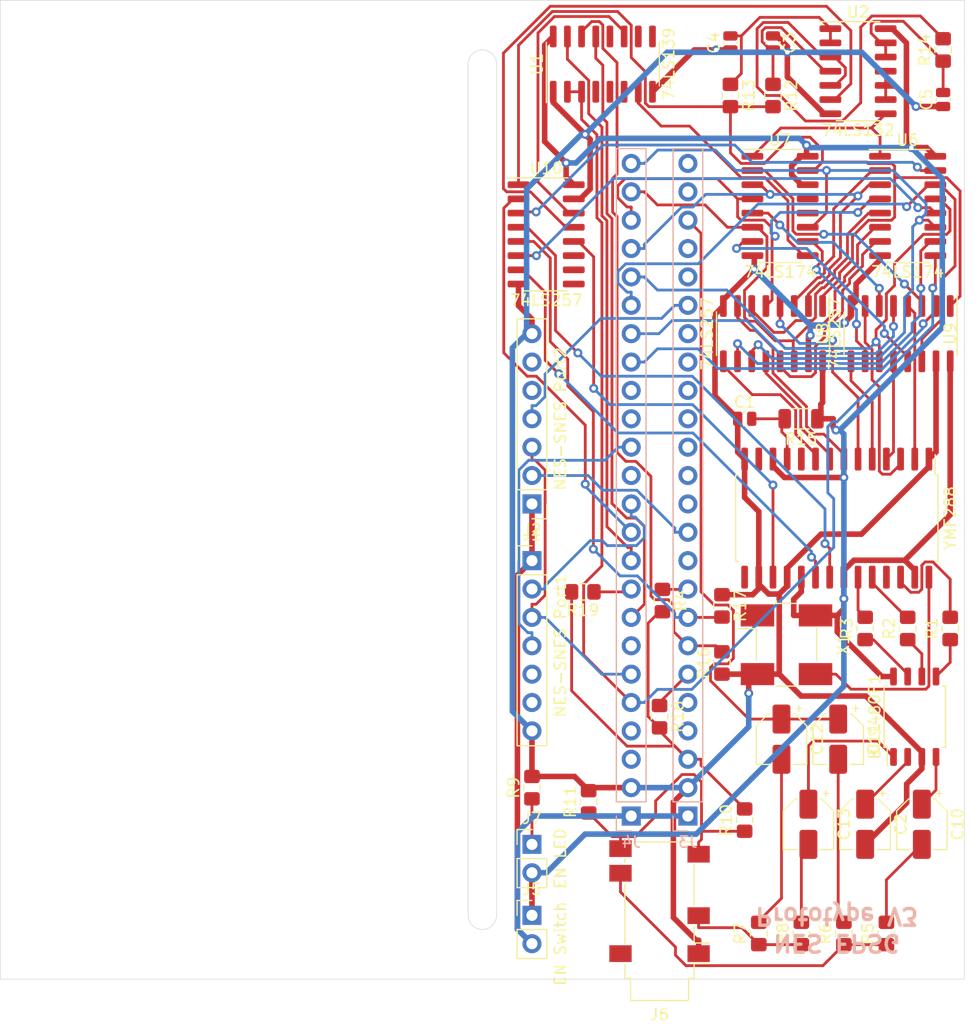
<source format=kicad_pcb>
(kicad_pcb (version 20171130) (host pcbnew "(5.1.8)-1")
  (layers (0 F.Cu mixed) (31 B.Cu mixed) (34 B.Paste user) (35 F.Paste user) (36 B.SilkS user) (37 F.SilkS user) (38 B.Mask user) (39 F.Mask user) (44 Edge.Cuts user))
  (net 0 "")
  (net 1 "Net-(C1-Pad2)")
  (net 2 +5V)
  (net 3 GND)
  (net 4 "Net-(C10-Pad2)")
  (net 5 "Net-(C11-Pad2)")
  (net 6 "Net-(C12-Pad2)")
  (net 7 "Net-(C13-Pad2)")
  (net 8 "Net-(R1-Pad2)")
  (net 9 "Net-(R2-Pad2)")
  (net 10 "Net-(J3-Pad5)")
  (net 11 "Net-(J1-Pad1)")
  (net 12 "Net-(J7-Pad1)")
  (net 13 "Net-(J1-Pad6)")
  (net 14 "Net-(J1-Pad5)")
  (net 15 "Net-(J2-Pad6)")
  (net 16 "Net-(J2-Pad5)")
  (net 17 "Net-(J3-Pad24)")
  (net 18 "Net-(J3-Pad23)")
  (net 19 "Net-(J3-Pad21)")
  (net 20 "Net-(J3-Pad20)")
  (net 21 "Net-(J3-Pad18)")
  (net 22 "Net-(J3-Pad17)")
  (net 23 "Net-(J3-Pad16)")
  (net 24 "Net-(J3-Pad15)")
  (net 25 "Net-(J3-Pad14)")
  (net 26 "Net-(J3-Pad13)")
  (net 27 "Net-(J3-Pad12)")
  (net 28 "Net-(J3-Pad10)")
  (net 29 "Net-(J3-Pad9)")
  (net 30 "Net-(J3-Pad6)")
  (net 31 "Net-(J3-Pad4)")
  (net 32 D7)
  (net 33 D6)
  (net 34 D5)
  (net 35 D4)
  (net 36 D3)
  (net 37 D2)
  (net 38 D1)
  (net 39 D0)
  (net 40 "Net-(J4-Pad16)")
  (net 41 "Net-(J4-Pad15)")
  (net 42 "Net-(J4-Pad13)")
  (net 43 "Net-(J4-Pad9)")
  (net 44 "Net-(J4-Pad7)")
  (net 45 OUT1)
  (net 46 "Net-(J4-Pad3)")
  (net 47 "Net-(U1-Pad6)")
  (net 48 "Net-(U1-Pad5)")
  (net 49 "Net-(U1-Pad12)")
  (net 50 "Net-(U1-Pad4)")
  (net 51 "Net-(U1-Pad10)")
  (net 52 "Net-(U1-Pad9)")
  (net 53 A0_buf)
  (net 54 A1_buf)
  (net 55 D3_buf)
  (net 56 D2_buf)
  (net 57 D1_buf)
  (net 58 D0_buf)
  (net 59 "Net-(U7-Pad13)")
  (net 60 "Net-(U7-Pad12)")
  (net 61 D7_buf)
  (net 62 D6_buf)
  (net 63 D5_buf)
  (net 64 D4_buf)
  (net 65 D6_Chip)
  (net 66 D7_Chip)
  (net 67 D5_Chip)
  (net 68 D4_Chip)
  (net 69 D2_Chip)
  (net 70 D3_Chip)
  (net 71 D1_Chip)
  (net 72 D0_Chip)
  (net 73 "Net-(U10-Pad11)")
  (net 74 "Net-(U10-Pad10)")
  (net 75 "Net-(U10-Pad9)")
  (net 76 "Net-(X1-Pad1)")
  (net 77 OUT1_)
  (net 78 "Net-(YMF288-Pad15)")
  (net 79 "Net-(YMF288-Pad13)")
  (net 80 "Net-(YMF288-Pad10)")
  (net 81 "Net-(BU9480F1-Pad4)")
  (net 82 "Net-(BU9480F1-Pad2)")
  (net 83 "Net-(BU9480F1-Pad1)")
  (net 84 "Net-(YMF288-Pad25)")
  (net 85 "Net-(BU9480F1-Pad7)")
  (net 86 "Net-(BU9480F1-Pad6)")
  (net 87 "Net-(BU9480F1-Pad5)")
  (net 88 A13)
  (net 89 A1)
  (net 90 "Net-(R3-Pad2)")
  (net 91 CS_)
  (net 92 CS_Chip)
  (net 93 A0_Chip)
  (net 94 A1_Chip)
  (net 95 CS_buf)
  (net 96 Aud)
  (net 97 Joy1_D0)
  (net 98 OUT0)
  (net 99 Joy1_OE)
  (net 100 Joy2_D0)
  (net 101 Joy2_OE)
  (net 102 A14)
  (net 103 ROMSEL)
  (net 104 R-W)
  (net 105 OUT2)
  (net 106 "Net-(X1-Pad3)")
  (net 107 "Net-(J6-PadT)")
  (net 108 "Net-(J6-PadS)")
  (net 109 AudIn)
  (net 110 "Net-(J6-PadSN)")
  (net 111 "Net-(U2-Pad10)")
  (net 112 4016_EN)
  (net 113 "Net-(C5-Pad2)")
  (net 114 "Net-(C3-Pad2)")
  (net 115 "Net-(C4-Pad2)")
  (net 116 "Net-(R14-Pad2)")
  (net 117 FF_Reset)
  (module Resistor_SMD:R_0805_2012Metric_Pad1.20x1.40mm_HandSolder (layer F.Cu) (at 110.49 100.33 270)
    (fp_text reference R18 (at 0 -1.65 90) (layer F.SilkS))
    (fp_text value 47k)
    (pad 2 smd roundrect (at 1 0 270) (size 1.2 1.4) (layers F.Cu F.Paste F.Mask) (roundrect_rratio 0.208333) (net 109 AudIn))
    (pad 1 smd roundrect (at -1 0 270) (size 1.2 1.4) (layers F.Cu F.Paste F.Mask) (roundrect_rratio 0.208333) (net 30 "Net-(J3-Pad6)"))
  )
  (module Resistor_SMD:R_0805_2012Metric_Pad1.20x1.40mm_HandSolder (layer F.Cu) (at 103.616 89.154 180)
    (fp_text reference R19 (at 0 -1.65) (layer F.SilkS))
    (fp_text value 47k)
    (pad 2 smd roundrect (at 1 0 180) (size 1.2 1.4) (layers F.Cu F.Paste F.Mask) (roundrect_rratio 0.208333) (net 109 AudIn))
    (pad 1 smd roundrect (at -1 0 180) (size 1.2 1.4) (layers F.Cu F.Paste F.Mask) (roundrect_rratio 0.208333) (net 43 "Net-(J4-Pad9)"))
  )
  (module Resistor_SMD:R_0805_2012Metric_Pad1.20x1.40mm_HandSolder (layer F.Cu) (at 116.078 90.408 270)
    (fp_text reference R17 (at 0 -1.65 90) (layer F.SilkS))
    (fp_text value 1k)
    (pad 2 smd roundrect (at 1 0 270) (size 1.2 1.4) (layers F.Cu F.Paste F.Mask) (roundrect_rratio 0.208333) (net 88 A13))
    (pad 1 smd roundrect (at -1 0 270) (size 1.2 1.4) (layers F.Cu F.Paste F.Mask) (roundrect_rratio 0.208333) (net 3 GND))
  )
  (module Resistor_SMD:R_0805_2012Metric_Pad1.20x1.40mm_HandSolder (layer F.Cu) (at 116.078 95.52 90)
    (fp_text reference R16 (at 0 -1.65 90) (layer F.SilkS))
    (fp_text value 1k)
    (pad 2 smd roundrect (at 1 0 90) (size 1.2 1.4) (layers F.Cu F.Paste F.Mask) (roundrect_rratio 0.208333) (net 102 A14))
    (pad 1 smd roundrect (at -1 0 90) (size 1.2 1.4) (layers F.Cu F.Paste F.Mask) (roundrect_rratio 0.208333) (net 3 GND))
  )
  (module Resistor_SMD:R_1206_3216Metric (layer F.Cu) (at 123.164 73.66 180)
    (fp_text reference R15 (at 0 -1.82) (layer F.SilkS))
    (fp_text value 1k)
    (pad 2 smd roundrect (at 1.4625 0 180) (size 1.125 1.75) (layers F.Cu F.Paste F.Mask) (roundrect_rratio 0.222222) (net 1 "Net-(C1-Pad2)"))
    (pad 1 smd roundrect (at -1.4625 0 180) (size 1.125 1.75) (layers F.Cu F.Paste F.Mask) (roundrect_rratio 0.222222) (net 2 +5V))
  )
  (module "Nes Sound Expansion OPNA:YMF288" (layer F.Cu) (at 127 82.55 270)
    (fp_text reference YMF288 (at 0 -9.525 90) (layer F.SilkS))
    (fp_text value YMF288)
    (pad 27 smd roundrect (at 5.285 -6.35 270) (size 2.05 0.6) (layers F.Cu F.Paste F.Mask) (net 2 +5V))
    (pad 26 smd roundrect (at 5.285 -5.08 270) (size 2.05 0.6) (layers F.Cu F.Paste F.Mask) (net 8 "Net-(R1-Pad2)"))
    (pad 25 smd roundrect (at 5.285 -3.81 270) (size 2.05 0.6) (layers F.Cu F.Paste F.Mask) (net 84 "Net-(YMF288-Pad25)"))
    (pad 17 smd roundrect (at 5.285 6.35 270) (size 2.05 0.6) (layers F.Cu F.Paste F.Mask) (net 92 CS_Chip))
    (pad 15 smd roundrect (at 5.285 8.89 270) (size 2.05 0.6) (layers F.Cu F.Paste F.Mask) (net 78 "Net-(YMF288-Pad15)"))
    (pad 28 smd roundrect (at 5.285 -7.62 270) (size 2.05 0.6) (layers F.Cu F.Paste F.Mask) (net 106 "Net-(X1-Pad3)"))
    (pad 20 smd roundrect (at 5.285 2.54 270) (size 2.05 0.6) (layers F.Cu F.Paste F.Mask) (net 93 A0_Chip))
    (pad 16 smd roundrect (at 5.285 7.62 270) (size 2.05 0.6) (layers F.Cu F.Paste F.Mask) (net 3 GND))
    (pad 22 smd roundrect (at 5.285 0 270) (size 2.05 0.6) (layers F.Cu F.Paste F.Mask) (net 2 +5V))
    (pad 23 smd roundrect (at 5.285 -1.27 270) (size 2.05 0.6) (layers F.Cu F.Paste F.Mask) (net 90 "Net-(R3-Pad2)"))
    (pad 24 smd roundrect (at 5.285 -2.54 270) (size 2.05 0.6) (layers F.Cu F.Paste F.Mask) (net 9 "Net-(R2-Pad2)"))
    (pad 18 smd roundrect (at 5.285 5.08 270) (size 2.05 0.6) (layers F.Cu F.Paste F.Mask) (net 3 GND))
    (pad 14 smd roundrect (at -5.285 8.89 270) (size 2.05 0.6) (layers F.Cu F.Paste F.Mask) (net 3 GND))
    (pad 19 smd roundrect (at 5.285 3.81 270) (size 2.05 0.6) (layers F.Cu F.Paste F.Mask) (net 2 +5V))
    (pad 13 smd roundrect (at -5.285 7.62 270) (size 2.05 0.6) (layers F.Cu F.Paste F.Mask) (net 79 "Net-(YMF288-Pad13)"))
    (pad 21 smd roundrect (at 5.285 1.27 270) (size 2.05 0.6) (layers F.Cu F.Paste F.Mask) (net 94 A1_Chip))
    (pad 12 smd roundrect (at -5.285 6.35 270) (size 2.05 0.6) (layers F.Cu F.Paste F.Mask) (net 2 +5V))
    (pad 7 smd roundrect (at -5.285 0 270) (size 2.05 0.6) (layers F.Cu F.Paste F.Mask) (net 67 D5_Chip))
    (pad 1 smd roundrect (at -5.285 -7.62 270) (size 2.05 0.6) (layers F.Cu F.Paste F.Mask) (net 3 GND))
    (pad 10 smd roundrect (at -5.285 3.81 270) (size 2.05 0.6) (layers F.Cu F.Paste F.Mask) (net 80 "Net-(YMF288-Pad10)"))
    (pad 2 smd roundrect (at -5.285 -6.35 270) (size 2.05 0.6) (layers F.Cu F.Paste F.Mask) (net 72 D0_Chip))
    (pad 4 smd roundrect (at -5.285 -3.81 270) (size 2.05 0.6) (layers F.Cu F.Paste F.Mask) (net 69 D2_Chip))
    (pad 5 smd roundrect (at -5.285 -2.54 270) (size 2.05 0.6) (layers F.Cu F.Paste F.Mask) (net 70 D3_Chip))
    (pad 11 smd roundrect (at -5.285 5.08 270) (size 2.05 0.6) (layers F.Cu F.Paste F.Mask) (net 1 "Net-(C1-Pad2)"))
    (pad 6 smd roundrect (at -5.285 -1.27 270) (size 2.05 0.6) (layers F.Cu F.Paste F.Mask) (net 68 D4_Chip))
    (pad 3 smd roundrect (at -5.285 -5.08 270) (size 2.05 0.6) (layers F.Cu F.Paste F.Mask) (net 71 D1_Chip))
    (pad 9 smd roundrect (at -5.285 2.54 270) (size 2.05 0.6) (layers F.Cu F.Paste F.Mask) (net 66 D7_Chip))
    (pad 8 smd roundrect (at -5.285 1.27 270) (size 2.05 0.6) (layers F.Cu F.Paste F.Mask) (net 65 D6_Chip))
  )
  (module Oscillator:Oscillator_SMD_SeikoEpson_SG8002CA-4Pin_7.0x5.0mm_HandSoldering (layer F.Cu) (at 121.86 93.89 270)
    (fp_text reference X1 (at 0 -5.1 90) (layer F.SilkS))
    (fp_text value CXO_DIP8)
    (pad 4 smd rect (at -2.63 -2.6 270) (size 1.98 3) (layers F.Cu F.Paste F.Mask) (net 2 +5V))
    (pad 3 smd rect (at 2.63 -2.6 270) (size 1.98 3) (layers F.Cu F.Paste F.Mask) (net 106 "Net-(X1-Pad3)"))
    (pad 2 smd rect (at 2.63 2.6 270) (size 1.98 3) (layers F.Cu F.Paste F.Mask) (net 3 GND))
    (pad 1 smd rect (at -2.63 2.6 270) (size 1.98 3) (layers F.Cu F.Paste F.Mask) (net 76 "Net-(X1-Pad1)"))
  )
  (module Resistor_SMD:R_0805_2012Metric_Pad1.20x1.40mm_HandSolder (layer F.Cu) (at 128.905 92.43 90)
    (fp_text reference R3 (at 0 -1.65 90) (layer F.SilkS))
    (fp_text value 1k)
    (pad 2 smd roundrect (at 1 0 90) (size 1.2 1.4) (layers F.Cu F.Paste F.Mask) (roundrect_rratio 0.2083325) (net 90 "Net-(R3-Pad2)"))
    (pad 1 smd roundrect (at -1 0 90) (size 1.2 1.4) (layers F.Cu F.Paste F.Mask) (roundrect_rratio 0.2083325) (net 85 "Net-(BU9480F1-Pad7)"))
  )
  (module Resistor_SMD:R_0805_2012Metric_Pad1.20x1.40mm_HandSolder (layer F.Cu) (at 132.715 92.43 90)
    (fp_text reference R2 (at 0 -1.65 90) (layer F.SilkS))
    (fp_text value 1k)
    (pad 2 smd roundrect (at 1 0 90) (size 1.2 1.4) (layers F.Cu F.Paste F.Mask) (roundrect_rratio 0.2083325) (net 9 "Net-(R2-Pad2)"))
    (pad 1 smd roundrect (at -1 0 90) (size 1.2 1.4) (layers F.Cu F.Paste F.Mask) (roundrect_rratio 0.2083325) (net 86 "Net-(BU9480F1-Pad6)"))
  )
  (module Resistor_SMD:R_0805_2012Metric_Pad1.20x1.40mm_HandSolder (layer F.Cu) (at 136.525 92.43 90)
    (fp_text reference R1 (at 0 -1.65 90) (layer F.SilkS))
    (fp_text value 1k)
    (pad 2 smd roundrect (at 1 0 90) (size 1.2 1.4) (layers F.Cu F.Paste F.Mask) (roundrect_rratio 0.2083325) (net 8 "Net-(R1-Pad2)"))
    (pad 1 smd roundrect (at -1 0 90) (size 1.2 1.4) (layers F.Cu F.Paste F.Mask) (roundrect_rratio 0.2083325) (net 87 "Net-(BU9480F1-Pad5)"))
  )
  (module Resistor_SMD:R_0805_2012Metric_Pad1.20x1.40mm_HandSolder (layer F.Cu) (at 135.89 40.64 90)
    (fp_text reference R14 (at 0 -1.65 90) (layer F.SilkS))
    (fp_text value 1k)
    (pad 2 smd roundrect (at 1 0 90) (size 1.2 1.4) (layers F.Cu F.Paste F.Mask) (roundrect_rratio 0.2083325) (net 116 "Net-(R14-Pad2)"))
    (pad 1 smd roundrect (at -1 0 90) (size 1.2 1.4) (layers F.Cu F.Paste F.Mask) (roundrect_rratio 0.2083325) (net 113 "Net-(C5-Pad2)"))
  )
  (module Resistor_SMD:R_0805_2012Metric_Pad1.20x1.40mm_HandSolder (layer F.Cu) (at 116.84 44.72 270)
    (fp_text reference R13 (at 0 -1.65 90) (layer F.SilkS))
    (fp_text value 1k)
    (pad 2 smd roundrect (at 1 0 270) (size 1.2 1.4) (layers F.Cu F.Paste F.Mask) (roundrect_rratio 0.2083325) (net 112 4016_EN))
    (pad 1 smd roundrect (at -1 0 270) (size 1.2 1.4) (layers F.Cu F.Paste F.Mask) (roundrect_rratio 0.2083325) (net 115 "Net-(C4-Pad2)"))
  )
  (module Resistor_SMD:R_0805_2012Metric_Pad1.20x1.40mm_HandSolder (layer F.Cu) (at 120.65 44.72 270)
    (fp_text reference R12 (at 0 -1.65 90) (layer F.SilkS))
    (fp_text value 1k)
    (pad 2 smd roundrect (at 1 0 270) (size 1.2 1.4) (layers F.Cu F.Paste F.Mask) (roundrect_rratio 0.2083325) (net 112 4016_EN))
    (pad 1 smd roundrect (at -1 0 270) (size 1.2 1.4) (layers F.Cu F.Paste F.Mask) (roundrect_rratio 0.2083325) (net 114 "Net-(C3-Pad2)"))
  )
  (module Resistor_SMD:R_0805_2012Metric_Pad1.20x1.40mm_HandSolder (layer F.Cu) (at 104.14 107.95 90)
    (fp_text reference R11 (at 0 -1.65 90) (layer F.SilkS))
    (fp_text value 1k)
    (pad 2 smd roundrect (at 1 0 90) (size 1.2 1.4) (layers F.Cu F.Paste F.Mask) (roundrect_rratio 0.2083325) (net 3 GND))
    (pad 1 smd roundrect (at -1 0 90) (size 1.2 1.4) (layers F.Cu F.Paste F.Mask) (roundrect_rratio 0.2083325) (net 110 "Net-(J6-PadSN)"))
  )
  (module Resistor_SMD:R_0805_2012Metric_Pad1.20x1.40mm_HandSolder (layer F.Cu) (at 118.11 109.585 90)
    (fp_text reference R10 (at 0 -1.65 90) (layer F.SilkS))
    (fp_text value 1k)
    (pad 2 smd roundrect (at 1 0 90) (size 1.2 1.4) (layers F.Cu F.Paste F.Mask) (roundrect_rratio 0.2083325) (net 109 AudIn))
    (pad 1 smd roundrect (at -1 0 90) (size 1.2 1.4) (layers F.Cu F.Paste F.Mask) (roundrect_rratio 0.2083325) (net 110 "Net-(J6-PadSN)"))
  )
  (module Resistor_SMD:R_0805_2012Metric_Pad1.20x1.40mm_HandSolder (layer F.Cu) (at 99.06 106.68 90)
    (fp_text reference R9 (at 0 -1.65 90) (layer F.SilkS))
    (fp_text value 330)
    (pad 2 smd roundrect (at 1 0 90) (size 1.2 1.4) (layers F.Cu F.Paste F.Mask) (roundrect_rratio 0.2083325) (net 3 GND))
    (pad 1 smd roundrect (at -1 0 90) (size 1.2 1.4) (layers F.Cu F.Paste F.Mask) (roundrect_rratio 0.2083325) (net 12 "Net-(J7-Pad1)"))
  )
  (module Resistor_SMD:R_0805_2012Metric_Pad1.20x1.40mm_HandSolder (layer F.Cu) (at 123.19 119.735 90)
    (fp_text reference R8 (at 0 -1.65 90) (layer F.SilkS))
    (fp_text value 600Ω)
    (pad 2 smd roundrect (at 1 0 90) (size 1.2 1.4) (layers F.Cu F.Paste F.Mask) (roundrect_rratio 0.2083325) (net 7 "Net-(C13-Pad2)"))
    (pad 1 smd roundrect (at -1 0 90) (size 1.2 1.4) (layers F.Cu F.Paste F.Mask) (roundrect_rratio 0.2083325) (net 108 "Net-(J6-PadS)"))
  )
  (module Resistor_SMD:R_0805_2012Metric_Pad1.20x1.40mm_HandSolder (layer F.Cu) (at 119.38 119.735 90)
    (fp_text reference R7 (at 0 -1.65 90) (layer F.SilkS))
    (fp_text value 3k)
    (pad 2 smd roundrect (at 1 0 90) (size 1.2 1.4) (layers F.Cu F.Paste F.Mask) (roundrect_rratio 0.2083325) (net 6 "Net-(C12-Pad2)"))
    (pad 1 smd roundrect (at -1 0 90) (size 1.2 1.4) (layers F.Cu F.Paste F.Mask) (roundrect_rratio 0.2083325) (net 108 "Net-(J6-PadS)"))
  )
  (module Resistor_SMD:R_0805_2012Metric_Pad1.20x1.40mm_HandSolder (layer F.Cu) (at 127 119.735 90)
    (fp_text reference R6 (at 0 -1.65 90) (layer F.SilkS))
    (fp_text value 3k)
    (pad 2 smd roundrect (at 1 0 90) (size 1.2 1.4) (layers F.Cu F.Paste F.Mask) (roundrect_rratio 0.2083325) (net 5 "Net-(C11-Pad2)"))
    (pad 1 smd roundrect (at -1 0 90) (size 1.2 1.4) (layers F.Cu F.Paste F.Mask) (roundrect_rratio 0.2083325) (net 107 "Net-(J6-PadT)"))
  )
  (module Resistor_SMD:R_0805_2012Metric_Pad1.20x1.40mm_HandSolder (layer F.Cu) (at 130.81 119.735 90)
    (fp_text reference R5 (at 0 -1.65 90) (layer F.SilkS))
    (fp_text value 600Ω)
    (pad 2 smd roundrect (at 1 0 90) (size 1.2 1.4) (layers F.Cu F.Paste F.Mask) (roundrect_rratio 0.2083325) (net 4 "Net-(C10-Pad2)"))
    (pad 1 smd roundrect (at -1 0 90) (size 1.2 1.4) (layers F.Cu F.Paste F.Mask) (roundrect_rratio 0.2083325) (net 107 "Net-(J6-PadT)"))
  )
  (module Resistor_SMD:R_0805_2012Metric_Pad1.20x1.40mm_HandSolder (layer F.Cu) (at 110.744 89.932 270)
    (fp_text reference R4 (at 0 -1.65 90) (layer F.SilkS))
    (fp_text value 47k)
    (pad 2 smd roundrect (at 1 0 270) (size 1.2 1.4) (layers F.Cu F.Paste F.Mask) (roundrect_rratio 0.2083325) (net 109 AudIn))
    (pad 1 smd roundrect (at -1 0 270) (size 1.2 1.4) (layers F.Cu F.Paste F.Mask) (roundrect_rratio 0.2083325) (net 29 "Net-(J3-Pad9)"))
  )
  (module Capacitor_SMD:C_0504_1310Metric_Pad0.83x1.28mm_HandSolder (layer F.Cu) (at 135.89 45.0775 90)
    (fp_text reference C5 (at 0 -1.49 90) (layer F.SilkS))
    (fp_text value 68pF)
    (pad 2 smd roundrect (at 0.6275 0 90) (size 0.835 1.28) (layers F.Cu F.Paste F.Mask) (net 113 "Net-(C5-Pad2)"))
    (pad 1 smd roundrect (at -0.6275 0 90) (size 0.835 1.28) (layers F.Cu F.Paste F.Mask) (net 3 GND))
  )
  (module Capacitor_SMD:C_0504_1310Metric_Pad0.83x1.28mm_HandSolder (layer F.Cu) (at 116.84 40.0125 90)
    (fp_text reference C4 (at 0 -1.49 90) (layer F.SilkS))
    (fp_text value 68pF)
    (pad 2 smd roundrect (at 0.6275 0 90) (size 0.835 1.28) (layers F.Cu F.Paste F.Mask) (net 115 "Net-(C4-Pad2)"))
    (pad 1 smd roundrect (at -0.6275 0 90) (size 0.835 1.28) (layers F.Cu F.Paste F.Mask) (net 3 GND))
  )
  (module Capacitor_SMD:C_0504_1310Metric_Pad0.83x1.28mm_HandSolder (layer F.Cu) (at 120.65 40.0125 270)
    (fp_text reference C3 (at 0 -1.49 90) (layer F.SilkS))
    (fp_text value 68pF)
    (pad 2 smd roundrect (at 0.6275 0 270) (size 0.835 1.28) (layers F.Cu F.Paste F.Mask) (net 114 "Net-(C3-Pad2)"))
    (pad 1 smd roundrect (at -0.6275 0 270) (size 0.835 1.28) (layers F.Cu F.Paste F.Mask) (net 3 GND))
  )
  (module Capacitor_SMD:C_0504_1310Metric_Pad0.83x1.28mm_HandSolder (layer F.Cu) (at 118.118 73.66)
    (fp_text reference C1 (at 0 -1.49 180) (layer F.SilkS))
    (fp_text value 10uF)
    (pad 2 smd roundrect (at 0.6275 0) (size 0.835 1.28) (layers F.Cu F.Paste F.Mask) (net 1 "Net-(C1-Pad2)"))
    (pad 1 smd roundrect (at -0.6275 0) (size 0.835 1.28) (layers F.Cu F.Paste F.Mask) (net 3 GND))
  )
  (module Capacitor_SMD:CP_Elec_4x5.3 (layer F.Cu) (at 123.825 109.96 270)
    (fp_text reference C13 (at 0 -3.2 90) (layer F.SilkS))
    (fp_text value 4.7u)
    (pad 2 smd roundrect (at 1.8 0 270) (size 2.6 1.6) (layers F.Cu F.Paste F.Mask) (roundrect_rratio 0.15625) (net 7 "Net-(C13-Pad2)"))
    (pad 1 smd roundrect (at -1.8 0 270) (size 2.6 1.6) (layers F.Cu F.Paste F.Mask) (roundrect_rratio 0.15625) (net 83 "Net-(BU9480F1-Pad1)"))
  )
  (module Capacitor_SMD:CP_Elec_4x5.3 (layer F.Cu) (at 121.412 102.34 270)
    (fp_text reference C12 (at 0 -3.2 90) (layer F.SilkS))
    (fp_text value 4.7u)
    (pad 2 smd roundrect (at 1.8 0 270) (size 2.6 1.6) (layers F.Cu F.Paste F.Mask) (roundrect_rratio 0.15625) (net 6 "Net-(C12-Pad2)"))
    (pad 1 smd roundrect (at -1.8 0 270) (size 2.6 1.6) (layers F.Cu F.Paste F.Mask) (roundrect_rratio 0.15625) (net 96 Aud))
  )
  (module Capacitor_SMD:CP_Elec_4x5.3 (layer F.Cu) (at 126.492 102.34 270)
    (fp_text reference C11 (at 0 -3.2 90) (layer F.SilkS))
    (fp_text value 4.7u)
    (pad 2 smd roundrect (at 1.8 0 270) (size 2.6 1.6) (layers F.Cu F.Paste F.Mask) (roundrect_rratio 0.15625) (net 5 "Net-(C11-Pad2)"))
    (pad 1 smd roundrect (at -1.8 0 270) (size 2.6 1.6) (layers F.Cu F.Paste F.Mask) (roundrect_rratio 0.15625) (net 96 Aud))
  )
  (module Capacitor_SMD:CP_Elec_4x5.3 (layer F.Cu) (at 133.985 109.96 270)
    (fp_text reference C10 (at 0 -3.2 90) (layer F.SilkS))
    (fp_text value 4.7u)
    (pad 2 smd roundrect (at 1.8 0 270) (size 2.6 1.6) (layers F.Cu F.Paste F.Mask) (roundrect_rratio 0.15625) (net 4 "Net-(C10-Pad2)"))
    (pad 1 smd roundrect (at -1.8 0 270) (size 2.6 1.6) (layers F.Cu F.Paste F.Mask) (roundrect_rratio 0.15625) (net 81 "Net-(BU9480F1-Pad4)"))
  )
  (module Capacitor_SMD:CP_Elec_4x5.3 (layer F.Cu) (at 128.905 109.96 270)
    (fp_text reference C2 (at 0 -3.2 90) (layer F.SilkS))
    (fp_text value 10u)
    (pad 2 smd roundrect (at 1.8 0 270) (size 2.6 1.6) (layers F.Cu F.Paste F.Mask) (roundrect_rratio 0.15625) (net 3 GND))
    (pad 1 smd roundrect (at -1.8 0 270) (size 2.6 1.6) (layers F.Cu F.Paste F.Mask) (roundrect_rratio 0.15625) (net 82 "Net-(BU9480F1-Pad2)"))
  )
  (module audioconn:Jack_3.5mm_PJ311_Horizontal (layer F.Cu) (at 110.49 116.84 180)
    (fp_text reference J6 (at 0 -10.16) (layer F.SilkS))
    (fp_text value AudioJack2_Ground_Switch)
    (pad 2 smd rect (at 3.5 -4.7 180) (size 2 1.5) (layers F.Cu F.Paste F.Mask))
    (pad "" np_thru_hole circle (at 0 2.7 180) (size 1.5 1.5) (drill 1.5) (layers *.Cu *.Mask))
    (pad "" np_thru_hole circle (at 0 -4.3 180) (size 1.5 1.5) (drill 1.5) (layers *.Cu *.Mask))
    (pad T smd rect (at 3.5 2.5 180) (size 2 1.5) (layers F.Cu F.Paste F.Mask) (net 107 "Net-(J6-PadT)"))
    (pad TN smd rect (at 3.5 4.7 180) (size 2 1.5) (layers F.Cu F.Paste F.Mask) (net 110 "Net-(J6-PadSN)"))
    (pad G smd rect (at -3.5 -4.7 180) (size 2 1.5) (layers F.Cu F.Paste F.Mask) (net 3 GND))
    (pad S smd rect (at -3.5 -1.3 180) (size 2 1.5) (layers F.Cu F.Paste F.Mask) (net 108 "Net-(J6-PadS)"))
    (pad SN smd rect (at -3.5 4.2 180) (size 2 1.5) (layers F.Cu F.Paste F.Mask) (net 110 "Net-(J6-PadSN)"))
  )
  (module Connector_PinHeader_2.54mm:PinHeader_1x07_P2.54mm_Vertical (layer F.Cu) (at 99.06 81.28 180)
    (fp_text reference J2 (at 0 -2.33) (layer F.SilkS))
    (fp_text value "NES-SNES Port2" (at -2.54 7.62 90) (layer F.SilkS))
    (pad 7 thru_hole oval (at 0 15.24 180) (size 1.7 1.7) (drill 1) (layers *.Cu *.Mask) (net 3 GND))
    (pad 6 thru_hole oval (at 0 12.7 180) (size 1.7 1.7) (drill 1) (layers *.Cu *.Mask) (net 15 "Net-(J2-Pad6)"))
    (pad 5 thru_hole oval (at 0 10.16 180) (size 1.7 1.7) (drill 1) (layers *.Cu *.Mask) (net 16 "Net-(J2-Pad5)"))
    (pad 4 thru_hole oval (at 0 7.62 180) (size 1.7 1.7) (drill 1) (layers *.Cu *.Mask) (net 100 Joy2_D0))
    (pad 3 thru_hole oval (at 0 5.08 180) (size 1.7 1.7) (drill 1) (layers *.Cu *.Mask) (net 98 OUT0))
    (pad 2 thru_hole oval (at 0 2.54 180) (size 1.7 1.7) (drill 1) (layers *.Cu *.Mask) (net 101 Joy2_OE))
    (pad 1 thru_hole rect (at 0 0 180) (size 1.7 1.7) (drill 1) (layers *.Cu *.Mask) (net 11 "Net-(J1-Pad1)"))
  )
  (module Connector_PinHeader_2.54mm:PinHeader_1x07_P2.54mm_Vertical (layer F.Cu) (at 99.06 86.36)
    (fp_text reference J1 (at 0 -2.33) (layer F.SilkS))
    (fp_text value "NES-SNES Port1" (at 2.54 7.62 90) (layer F.SilkS))
    (pad 7 thru_hole oval (at 0 15.24) (size 1.7 1.7) (drill 1) (layers *.Cu *.Mask) (net 3 GND))
    (pad 6 thru_hole oval (at 0 12.7) (size 1.7 1.7) (drill 1) (layers *.Cu *.Mask) (net 13 "Net-(J1-Pad6)"))
    (pad 5 thru_hole oval (at 0 10.16) (size 1.7 1.7) (drill 1) (layers *.Cu *.Mask) (net 14 "Net-(J1-Pad5)"))
    (pad 4 thru_hole oval (at 0 7.62) (size 1.7 1.7) (drill 1) (layers *.Cu *.Mask) (net 97 Joy1_D0))
    (pad 3 thru_hole oval (at 0 5.08) (size 1.7 1.7) (drill 1) (layers *.Cu *.Mask) (net 98 OUT0))
    (pad 2 thru_hole oval (at 0 2.54) (size 1.7 1.7) (drill 1) (layers *.Cu *.Mask) (net 99 Joy1_OE))
    (pad 1 thru_hole rect (at 0 0) (size 1.7 1.7) (drill 1) (layers *.Cu *.Mask) (net 11 "Net-(J1-Pad1)"))
  )
  (module Package_SO:SOIC-14_3.9x8.7mm_P1.27mm (layer F.Cu) (at 128.27 42.545)
    (fp_text reference U2 (at 0 -5.28) (layer F.SilkS))
    (fp_text value 74LS132 (at 0 5.28) (layer F.SilkS))
    (pad 14 smd roundrect (at 2.475 -3.81) (size 1.95 0.6) (layers F.Cu F.Paste F.Mask) (net 2 +5V))
    (pad 13 smd roundrect (at 2.475 -2.54) (size 1.95 0.6) (layers F.Cu F.Paste F.Mask) (net 113 "Net-(C5-Pad2)"))
    (pad 12 smd roundrect (at 2.475 -1.27) (size 1.95 0.6) (layers F.Cu F.Paste F.Mask) (net 113 "Net-(C5-Pad2)"))
    (pad 11 smd roundrect (at 2.475 0) (size 1.95 0.6) (layers F.Cu F.Paste F.Mask) (net 111 "Net-(U2-Pad10)"))
    (pad 10 smd roundrect (at 2.475 1.27) (size 1.95 0.6) (layers F.Cu F.Paste F.Mask) (net 111 "Net-(U2-Pad10)"))
    (pad 9 smd roundrect (at 2.475 2.54) (size 1.95 0.6) (layers F.Cu F.Paste F.Mask) (net 111 "Net-(U2-Pad10)"))
    (pad 8 smd roundrect (at 2.475 3.81) (size 1.95 0.6) (layers F.Cu F.Paste F.Mask) (net 117 FF_Reset))
    (pad 7 smd roundrect (at -2.475 3.81) (size 1.95 0.6) (layers F.Cu F.Paste F.Mask) (net 3 GND))
    (pad 6 smd roundrect (at -2.475 2.54) (size 1.95 0.6) (layers F.Cu F.Paste F.Mask) (net 95 CS_buf))
    (pad 5 smd roundrect (at -2.475 1.27) (size 1.95 0.6) (layers F.Cu F.Paste F.Mask) (net 116 "Net-(R14-Pad2)"))
    (pad 4 smd roundrect (at -2.475 0) (size 1.95 0.6) (layers F.Cu F.Paste F.Mask) (net 114 "Net-(C3-Pad2)"))
    (pad 3 smd roundrect (at -2.475 -1.27) (size 1.95 0.6) (layers F.Cu F.Paste F.Mask) (net 116 "Net-(R14-Pad2)"))
    (pad 2 smd roundrect (at -2.475 -2.54) (size 1.95 0.6) (layers F.Cu F.Paste F.Mask) (net 115 "Net-(C4-Pad2)"))
    (pad 1 smd roundrect (at -2.475 -3.81) (size 1.95 0.6) (layers F.Cu F.Paste F.Mask) (net 115 "Net-(C4-Pad2)"))
  )
  (module Package_SO:SOIC-8_5.275x5.275mm_P1.27mm (layer F.Cu) (at 133.35 100.33 90)
    (fp_text reference BU9480F1 (at 0 -3.59 90) (layer F.SilkS))
    (fp_text value BU9480F)
    (pad 8 smd roundrect (at 3.6 -1.905 90) (size 1.6 0.6) (layers F.Cu F.Paste F.Mask) (net 2 +5V))
    (pad 7 smd roundrect (at 3.6 -0.635 90) (size 1.6 0.6) (layers F.Cu F.Paste F.Mask) (net 85 "Net-(BU9480F1-Pad7)"))
    (pad 6 smd roundrect (at 3.6 0.635 90) (size 1.6 0.6) (layers F.Cu F.Paste F.Mask) (net 86 "Net-(BU9480F1-Pad6)"))
    (pad 5 smd roundrect (at 3.6 1.905 90) (size 1.6 0.6) (layers F.Cu F.Paste F.Mask) (net 87 "Net-(BU9480F1-Pad5)"))
    (pad 4 smd roundrect (at -3.6 1.905 90) (size 1.6 0.6) (layers F.Cu F.Paste F.Mask) (net 81 "Net-(BU9480F1-Pad4)"))
    (pad 3 smd roundrect (at -3.6 0.635 90) (size 1.6 0.6) (layers F.Cu F.Paste F.Mask) (net 3 GND))
    (pad 2 smd roundrect (at -3.6 -0.635 90) (size 1.6 0.6) (layers F.Cu F.Paste F.Mask) (net 82 "Net-(BU9480F1-Pad2)"))
    (pad 1 smd roundrect (at -3.6 -1.905 90) (size 1.6 0.6) (layers F.Cu F.Paste F.Mask) (net 83 "Net-(BU9480F1-Pad1)"))
  )
  (module Package_SO:SOIC-16_3.9x9.9mm_P1.27mm (layer F.Cu) (at 105.41 41.91 90)
    (fp_text reference U1 (at 0 -5.9 90) (layer F.SilkS))
    (fp_text value 74LS139 (at 0 5.9 90) (layer F.SilkS))
    (pad 16 smd roundrect (at 2.475 -4.445 90) (size 1.95 0.6) (layers F.Cu F.Paste F.Mask) (net 2 +5V))
    (pad 15 smd roundrect (at 2.475 -3.175 90) (size 1.95 0.6) (layers F.Cu F.Paste F.Mask) (net 103 ROMSEL))
    (pad 14 smd roundrect (at 2.475 -1.905 90) (size 1.95 0.6) (layers F.Cu F.Paste F.Mask) (net 102 A14))
    (pad 13 smd roundrect (at 2.475 -0.635 90) (size 1.95 0.6) (layers F.Cu F.Paste F.Mask) (net 104 R-W))
    (pad 12 smd roundrect (at 2.475 0.635 90) (size 1.95 0.6) (layers F.Cu F.Paste F.Mask) (net 49 "Net-(U1-Pad12)"))
    (pad 11 smd roundrect (at 2.475 1.905 90) (size 1.95 0.6) (layers F.Cu F.Paste F.Mask) (net 91 CS_))
    (pad 10 smd roundrect (at 2.475 3.175 90) (size 1.95 0.6) (layers F.Cu F.Paste F.Mask) (net 51 "Net-(U1-Pad10)"))
    (pad 9 smd roundrect (at 2.475 4.445 90) (size 1.95 0.6) (layers F.Cu F.Paste F.Mask) (net 52 "Net-(U1-Pad9)"))
    (pad 8 smd roundrect (at -2.475 4.445 90) (size 1.95 0.6) (layers F.Cu F.Paste F.Mask) (net 3 GND))
    (pad 7 smd roundrect (at -2.475 3.175 90) (size 1.95 0.6) (layers F.Cu F.Paste F.Mask) (net 77 OUT1_))
    (pad 6 smd roundrect (at -2.475 1.905 90) (size 1.95 0.6) (layers F.Cu F.Paste F.Mask) (net 47 "Net-(U1-Pad6)"))
    (pad 5 smd roundrect (at -2.475 0.635 90) (size 1.95 0.6) (layers F.Cu F.Paste F.Mask) (net 48 "Net-(U1-Pad5)"))
    (pad 4 smd roundrect (at -2.475 -0.635 90) (size 1.95 0.6) (layers F.Cu F.Paste F.Mask) (net 50 "Net-(U1-Pad4)"))
    (pad 3 smd roundrect (at -2.475 -1.905 90) (size 1.95 0.6) (layers F.Cu F.Paste F.Mask) (net 45 OUT1))
    (pad 2 smd roundrect (at -2.475 -3.175 90) (size 1.95 0.6) (layers F.Cu F.Paste F.Mask) (net 45 OUT1))
    (pad 1 smd roundrect (at -2.475 -4.445 90) (size 1.95 0.6) (layers F.Cu F.Paste F.Mask) (net 3 GND))
  )
  (module Package_SO:SOIC-16_3.9x9.9mm_P1.27mm (layer F.Cu) (at 100.33 57.15)
    (fp_text reference U10 (at 0 -5.9) (layer F.SilkS))
    (fp_text value 74LS257 (at 0 5.9) (layer F.SilkS))
    (pad 16 smd roundrect (at 2.475 -4.445) (size 1.95 0.6) (layers F.Cu F.Paste F.Mask) (net 2 +5V))
    (pad 15 smd roundrect (at 2.475 -3.175) (size 1.95 0.6) (layers F.Cu F.Paste F.Mask) (net 3 GND))
    (pad 14 smd roundrect (at 2.475 -1.905) (size 1.95 0.6) (layers F.Cu F.Paste F.Mask) (net 91 CS_))
    (pad 13 smd roundrect (at 2.475 -0.635) (size 1.95 0.6) (layers F.Cu F.Paste F.Mask) (net 95 CS_buf))
    (pad 12 smd roundrect (at 2.475 0.635) (size 1.95 0.6) (layers F.Cu F.Paste F.Mask) (net 92 CS_Chip))
    (pad 11 smd roundrect (at 2.475 1.905) (size 1.95 0.6) (layers F.Cu F.Paste F.Mask) (net 73 "Net-(U10-Pad11)"))
    (pad 10 smd roundrect (at 2.475 3.175) (size 1.95 0.6) (layers F.Cu F.Paste F.Mask) (net 74 "Net-(U10-Pad10)"))
    (pad 9 smd roundrect (at 2.475 4.445) (size 1.95 0.6) (layers F.Cu F.Paste F.Mask) (net 75 "Net-(U10-Pad9)"))
    (pad 8 smd roundrect (at -2.475 4.445) (size 1.95 0.6) (layers F.Cu F.Paste F.Mask) (net 3 GND))
    (pad 7 smd roundrect (at -2.475 3.175) (size 1.95 0.6) (layers F.Cu F.Paste F.Mask) (net 93 A0_Chip))
    (pad 6 smd roundrect (at -2.475 1.905) (size 1.95 0.6) (layers F.Cu F.Paste F.Mask) (net 53 A0_buf))
    (pad 5 smd roundrect (at -2.475 0.635) (size 1.95 0.6) (layers F.Cu F.Paste F.Mask) (net 88 A13))
    (pad 4 smd roundrect (at -2.475 -0.635) (size 1.95 0.6) (layers F.Cu F.Paste F.Mask) (net 94 A1_Chip))
    (pad 3 smd roundrect (at -2.475 -1.905) (size 1.95 0.6) (layers F.Cu F.Paste F.Mask) (net 54 A1_buf))
    (pad 2 smd roundrect (at -2.475 -3.175) (size 1.95 0.6) (layers F.Cu F.Paste F.Mask) (net 89 A1))
    (pad 1 smd roundrect (at -2.475 -4.445) (size 1.95 0.6) (layers F.Cu F.Paste F.Mask) (net 112 4016_EN))
  )
  (module Package_SO:SOIC-16_3.9x9.9mm_P1.27mm (layer F.Cu) (at 132.08 66.04 270)
    (fp_text reference U9 (at 0 -4.445 270) (layer F.SilkS))
    (fp_text value 74LS257 (at 0 5.9 270) (layer F.SilkS))
    (pad 16 smd roundrect (at 2.475 -4.445 270) (size 1.95 0.6) (layers F.Cu F.Paste F.Mask) (net 2 +5V))
    (pad 15 smd roundrect (at 2.475 -3.175 270) (size 1.95 0.6) (layers F.Cu F.Paste F.Mask) (net 3 GND))
    (pad 14 smd roundrect (at 2.475 -1.905 270) (size 1.95 0.6) (layers F.Cu F.Paste F.Mask) (net 37 D2))
    (pad 13 smd roundrect (at 2.475 -0.635 270) (size 1.95 0.6) (layers F.Cu F.Paste F.Mask) (net 56 D2_buf))
    (pad 12 smd roundrect (at 2.475 0.635 270) (size 1.95 0.6) (layers F.Cu F.Paste F.Mask) (net 69 D2_Chip))
    (pad 11 smd roundrect (at 2.475 1.905 270) (size 1.95 0.6) (layers F.Cu F.Paste F.Mask) (net 36 D3))
    (pad 10 smd roundrect (at 2.475 3.175 270) (size 1.95 0.6) (layers F.Cu F.Paste F.Mask) (net 55 D3_buf))
    (pad 9 smd roundrect (at 2.475 4.445 270) (size 1.95 0.6) (layers F.Cu F.Paste F.Mask) (net 70 D3_Chip))
    (pad 8 smd roundrect (at -2.475 4.445 270) (size 1.95 0.6) (layers F.Cu F.Paste F.Mask) (net 3 GND))
    (pad 7 smd roundrect (at -2.475 3.175 270) (size 1.95 0.6) (layers F.Cu F.Paste F.Mask) (net 71 D1_Chip))
    (pad 6 smd roundrect (at -2.475 1.905 270) (size 1.95 0.6) (layers F.Cu F.Paste F.Mask) (net 57 D1_buf))
    (pad 5 smd roundrect (at -2.475 0.635 270) (size 1.95 0.6) (layers F.Cu F.Paste F.Mask) (net 38 D1))
    (pad 4 smd roundrect (at -2.475 -0.635 270) (size 1.95 0.6) (layers F.Cu F.Paste F.Mask) (net 72 D0_Chip))
    (pad 3 smd roundrect (at -2.475 -1.905 270) (size 1.95 0.6) (layers F.Cu F.Paste F.Mask) (net 58 D0_buf))
    (pad 2 smd roundrect (at -2.475 -3.175 270) (size 1.95 0.6) (layers F.Cu F.Paste F.Mask) (net 39 D0))
    (pad 1 smd roundrect (at -2.475 -4.445 270) (size 1.95 0.6) (layers F.Cu F.Paste F.Mask) (net 112 4016_EN))
  )
  (module Package_SO:SOIC-16_3.9x9.9mm_P1.27mm (layer F.Cu) (at 120.65 66.04 270)
    (fp_text reference U8 (at 0 -4.445 270) (layer F.SilkS))
    (fp_text value 74LS257 (at 0 5.9 270) (layer F.SilkS))
    (pad 16 smd roundrect (at 2.475 -4.445 270) (size 1.95 0.6) (layers F.Cu F.Paste F.Mask) (net 2 +5V))
    (pad 15 smd roundrect (at 2.475 -3.175 270) (size 1.95 0.6) (layers F.Cu F.Paste F.Mask) (net 3 GND))
    (pad 14 smd roundrect (at 2.475 -1.905 270) (size 1.95 0.6) (layers F.Cu F.Paste F.Mask) (net 33 D6))
    (pad 13 smd roundrect (at 2.475 -0.635 270) (size 1.95 0.6) (layers F.Cu F.Paste F.Mask) (net 62 D6_buf))
    (pad 12 smd roundrect (at 2.475 0.635 270) (size 1.95 0.6) (layers F.Cu F.Paste F.Mask) (net 65 D6_Chip))
    (pad 11 smd roundrect (at 2.475 1.905 270) (size 1.95 0.6) (layers F.Cu F.Paste F.Mask) (net 32 D7))
    (pad 10 smd roundrect (at 2.475 3.175 270) (size 1.95 0.6) (layers F.Cu F.Paste F.Mask) (net 61 D7_buf))
    (pad 9 smd roundrect (at 2.475 4.445 270) (size 1.95 0.6) (layers F.Cu F.Paste F.Mask) (net 66 D7_Chip))
    (pad 8 smd roundrect (at -2.475 4.445 270) (size 1.95 0.6) (layers F.Cu F.Paste F.Mask) (net 3 GND))
    (pad 7 smd roundrect (at -2.475 3.175 270) (size 1.95 0.6) (layers F.Cu F.Paste F.Mask) (net 67 D5_Chip))
    (pad 6 smd roundrect (at -2.475 1.905 270) (size 1.95 0.6) (layers F.Cu F.Paste F.Mask) (net 63 D5_buf))
    (pad 5 smd roundrect (at -2.475 0.635 270) (size 1.95 0.6) (layers F.Cu F.Paste F.Mask) (net 34 D5))
    (pad 4 smd roundrect (at -2.475 -0.635 270) (size 1.95 0.6) (layers F.Cu F.Paste F.Mask) (net 68 D4_Chip))
    (pad 3 smd roundrect (at -2.475 -1.905 270) (size 1.95 0.6) (layers F.Cu F.Paste F.Mask) (net 64 D4_buf))
    (pad 2 smd roundrect (at -2.475 -3.175 270) (size 1.95 0.6) (layers F.Cu F.Paste F.Mask) (net 35 D4))
    (pad 1 smd roundrect (at -2.475 -4.445 270) (size 1.95 0.6) (layers F.Cu F.Paste F.Mask) (net 112 4016_EN))
  )
  (module Package_SO:SOIC-16_3.9x9.9mm_P1.27mm (layer F.Cu) (at 121.285 54.61)
    (fp_text reference U7 (at 0 -5.9) (layer F.SilkS))
    (fp_text value 74LS174 (at 0 5.9) (layer F.SilkS))
    (pad 16 smd roundrect (at 2.475 -4.445) (size 1.95 0.6) (layers F.Cu F.Paste F.Mask) (net 2 +5V))
    (pad 15 smd roundrect (at 2.475 -3.175) (size 1.95 0.6) (layers F.Cu F.Paste F.Mask) (net 112 4016_EN))
    (pad 14 smd roundrect (at 2.475 -1.905) (size 1.95 0.6) (layers F.Cu F.Paste F.Mask) (net 2 +5V))
    (pad 13 smd roundrect (at 2.475 -0.635) (size 1.95 0.6) (layers F.Cu F.Paste F.Mask) (net 59 "Net-(U7-Pad13)"))
    (pad 12 smd roundrect (at 2.475 0.635) (size 1.95 0.6) (layers F.Cu F.Paste F.Mask) (net 60 "Net-(U7-Pad12)"))
    (pad 11 smd roundrect (at 2.475 1.905) (size 1.95 0.6) (layers F.Cu F.Paste F.Mask) (net 32 D7))
    (pad 10 smd roundrect (at 2.475 3.175) (size 1.95 0.6) (layers F.Cu F.Paste F.Mask) (net 55 D3_buf))
    (pad 9 smd roundrect (at 2.475 4.445) (size 1.95 0.6) (layers F.Cu F.Paste F.Mask) (net 77 OUT1_))
    (pad 8 smd roundrect (at -2.475 4.445) (size 1.95 0.6) (layers F.Cu F.Paste F.Mask) (net 3 GND))
    (pad 7 smd roundrect (at -2.475 3.175) (size 1.95 0.6) (layers F.Cu F.Paste F.Mask) (net 56 D2_buf))
    (pad 6 smd roundrect (at -2.475 1.905) (size 1.95 0.6) (layers F.Cu F.Paste F.Mask) (net 33 D6))
    (pad 5 smd roundrect (at -2.475 0.635) (size 1.95 0.6) (layers F.Cu F.Paste F.Mask) (net 57 D1_buf))
    (pad 4 smd roundrect (at -2.475 -0.635) (size 1.95 0.6) (layers F.Cu F.Paste F.Mask) (net 34 D5))
    (pad 3 smd roundrect (at -2.475 -1.905) (size 1.95 0.6) (layers F.Cu F.Paste F.Mask) (net 35 D4))
    (pad 2 smd roundrect (at -2.475 -3.175) (size 1.95 0.6) (layers F.Cu F.Paste F.Mask) (net 58 D0_buf))
    (pad 1 smd roundrect (at -2.475 -4.445) (size 1.95 0.6) (layers F.Cu F.Paste F.Mask) (net 117 FF_Reset))
  )
  (module Package_SO:SOIC-16_3.9x9.9mm_P1.27mm (layer F.Cu) (at 132.715 54.61)
    (fp_text reference U6 (at 0 -5.9) (layer F.SilkS))
    (fp_text value 74LS174 (at 0 5.9) (layer F.SilkS))
    (pad 16 smd roundrect (at 2.475 -4.445) (size 1.95 0.6) (layers F.Cu F.Paste F.Mask) (net 2 +5V))
    (pad 15 smd roundrect (at 2.475 -3.175) (size 1.95 0.6) (layers F.Cu F.Paste F.Mask) (net 54 A1_buf))
    (pad 14 smd roundrect (at 2.475 -1.905) (size 1.95 0.6) (layers F.Cu F.Paste F.Mask) (net 37 D2))
    (pad 13 smd roundrect (at 2.475 -0.635) (size 1.95 0.6) (layers F.Cu F.Paste F.Mask) (net 36 D3))
    (pad 12 smd roundrect (at 2.475 0.635) (size 1.95 0.6) (layers F.Cu F.Paste F.Mask) (net 53 A0_buf))
    (pad 11 smd roundrect (at 2.475 1.905) (size 1.95 0.6) (layers F.Cu F.Paste F.Mask) (net 32 D7))
    (pad 10 smd roundrect (at 2.475 3.175) (size 1.95 0.6) (layers F.Cu F.Paste F.Mask) (net 61 D7_buf))
    (pad 9 smd roundrect (at 2.475 4.445) (size 1.95 0.6) (layers F.Cu F.Paste F.Mask) (net 45 OUT1))
    (pad 8 smd roundrect (at -2.475 4.445) (size 1.95 0.6) (layers F.Cu F.Paste F.Mask) (net 3 GND))
    (pad 7 smd roundrect (at -2.475 3.175) (size 1.95 0.6) (layers F.Cu F.Paste F.Mask) (net 62 D6_buf))
    (pad 6 smd roundrect (at -2.475 1.905) (size 1.95 0.6) (layers F.Cu F.Paste F.Mask) (net 33 D6))
    (pad 5 smd roundrect (at -2.475 0.635) (size 1.95 0.6) (layers F.Cu F.Paste F.Mask) (net 63 D5_buf))
    (pad 4 smd roundrect (at -2.475 -0.635) (size 1.95 0.6) (layers F.Cu F.Paste F.Mask) (net 34 D5))
    (pad 3 smd roundrect (at -2.475 -1.905) (size 1.95 0.6) (layers F.Cu F.Paste F.Mask) (net 35 D4))
    (pad 2 smd roundrect (at -2.475 -3.175) (size 1.95 0.6) (layers F.Cu F.Paste F.Mask) (net 64 D4_buf))
    (pad 1 smd roundrect (at -2.475 -4.445) (size 1.95 0.6) (layers F.Cu F.Paste F.Mask) (net 117 FF_Reset))
  )
  (module Connector_PinHeader_2.54mm:PinHeader_1x02_P2.54mm_Vertical (layer F.Cu) (at 99.06 111.76)
    (fp_text reference J7 (at 0 -2.33) (layer F.SilkS))
    (fp_text value "EN LED" (at 2.54 1.27 90) (layer F.SilkS))
    (pad 2 thru_hole oval (at 0 2.54) (size 1.7 1.7) (drill 1) (layers *.Cu *.Mask) (net 2 +5V))
    (pad 1 thru_hole rect (at 0 0) (size 1.7 1.7) (drill 1) (layers *.Cu *.Mask) (net 12 "Net-(J7-Pad1)"))
  )
  (module Connector_PinHeader_2.54mm:PinHeader_1x02_P2.54mm_Vertical (layer F.Cu) (at 99.06 118.11)
    (fp_text reference J5 (at 0 -2.33) (layer F.SilkS))
    (fp_text value "EN Switch" (at 2.54 2.54 90) (layer F.SilkS))
    (pad 2 thru_hole oval (at 0 2.54) (size 1.7 1.7) (drill 1) (layers *.Cu *.Mask) (net 11 "Net-(J1-Pad1)"))
    (pad 1 thru_hole rect (at 0 0) (size 1.7 1.7) (drill 1) (layers *.Cu *.Mask) (net 2 +5V))
  )
  (module Connector_PinHeader_2.54mm:PinHeader_1x24_P2.54mm_Vertical (layer B.Cu) (at 107.95 109.22)
    (fp_text reference J4 (at 0 2.33) (layer B.SilkS) (effects (justify mirror)))
    (fp_text value "EXP 25-48")
    (pad 24 thru_hole oval (at 0 -58.42) (size 1.7 1.7) (drill 1) (layers *.Cu *.Mask) (net 32 D7))
    (pad 23 thru_hole oval (at 0 -55.88) (size 1.7 1.7) (drill 1) (layers *.Cu *.Mask) (net 33 D6))
    (pad 22 thru_hole oval (at 0 -53.34) (size 1.7 1.7) (drill 1) (layers *.Cu *.Mask) (net 34 D5))
    (pad 21 thru_hole oval (at 0 -50.8) (size 1.7 1.7) (drill 1) (layers *.Cu *.Mask) (net 35 D4))
    (pad 20 thru_hole oval (at 0 -48.26) (size 1.7 1.7) (drill 1) (layers *.Cu *.Mask) (net 36 D3))
    (pad 19 thru_hole oval (at 0 -45.72) (size 1.7 1.7) (drill 1) (layers *.Cu *.Mask) (net 37 D2))
    (pad 18 thru_hole oval (at 0 -43.18) (size 1.7 1.7) (drill 1) (layers *.Cu *.Mask) (net 38 D1))
    (pad 17 thru_hole oval (at 0 -40.64) (size 1.7 1.7) (drill 1) (layers *.Cu *.Mask) (net 39 D0))
    (pad 16 thru_hole oval (at 0 -38.1) (size 1.7 1.7) (drill 1) (layers *.Cu *.Mask) (net 40 "Net-(J4-Pad16)"))
    (pad 15 thru_hole oval (at 0 -35.56) (size 1.7 1.7) (drill 1) (layers *.Cu *.Mask) (net 41 "Net-(J4-Pad15)"))
    (pad 14 thru_hole oval (at 0 -33.02) (size 1.7 1.7) (drill 1) (layers *.Cu *.Mask) (net 97 Joy1_D0))
    (pad 13 thru_hole oval (at 0 -30.48) (size 1.7 1.7) (drill 1) (layers *.Cu *.Mask) (net 42 "Net-(J4-Pad13)"))
    (pad 12 thru_hole oval (at 0 -27.94) (size 1.7 1.7) (drill 1) (layers *.Cu *.Mask) (net 99 Joy1_OE))
    (pad 11 thru_hole oval (at 0 -25.4) (size 1.7 1.7) (drill 1) (layers *.Cu *.Mask) (net 89 A1))
    (pad 10 thru_hole oval (at 0 -22.86) (size 1.7 1.7) (drill 1) (layers *.Cu *.Mask) (net 103 ROMSEL))
    (pad 9 thru_hole oval (at 0 -20.32) (size 1.7 1.7) (drill 1) (layers *.Cu *.Mask) (net 43 "Net-(J4-Pad9)"))
    (pad 8 thru_hole oval (at 0 -17.78) (size 1.7 1.7) (drill 1) (layers *.Cu *.Mask) (net 104 R-W))
    (pad 7 thru_hole oval (at 0 -15.24) (size 1.7 1.7) (drill 1) (layers *.Cu *.Mask) (net 44 "Net-(J4-Pad7)"))
    (pad 6 thru_hole oval (at 0 -12.7) (size 1.7 1.7) (drill 1) (layers *.Cu *.Mask) (net 98 OUT0))
    (pad 5 thru_hole oval (at 0 -10.16) (size 1.7 1.7) (drill 1) (layers *.Cu *.Mask) (net 45 OUT1))
    (pad 4 thru_hole oval (at 0 -7.62) (size 1.7 1.7) (drill 1) (layers *.Cu *.Mask) (net 105 OUT2))
    (pad 3 thru_hole oval (at 0 -5.08) (size 1.7 1.7) (drill 1) (layers *.Cu *.Mask) (net 46 "Net-(J4-Pad3)"))
    (pad 2 thru_hole oval (at 0 -2.54) (size 1.7 1.7) (drill 1) (layers *.Cu *.Mask) (net 3 GND))
    (pad 1 thru_hole rect (at 0 0) (size 1.7 1.7) (drill 1) (layers *.Cu *.Mask) (net 11 "Net-(J1-Pad1)"))
  )
  (module Connector_PinHeader_2.54mm:PinHeader_1x24_P2.54mm_Vertical (layer B.Cu) (at 113.03 109.22)
    (fp_text reference J3 (at 0 2.33) (layer B.SilkS) (effects (justify mirror)))
    (fp_text value "EXP 1-24")
    (pad 24 thru_hole oval (at 0 -58.42) (size 1.7 1.7) (drill 1) (layers *.Cu *.Mask) (net 17 "Net-(J3-Pad24)"))
    (pad 23 thru_hole oval (at 0 -55.88) (size 1.7 1.7) (drill 1) (layers *.Cu *.Mask) (net 18 "Net-(J3-Pad23)"))
    (pad 22 thru_hole oval (at 0 -53.34) (size 1.7 1.7) (drill 1) (layers *.Cu *.Mask) (net 96 Aud))
    (pad 21 thru_hole oval (at 0 -50.8) (size 1.7 1.7) (drill 1) (layers *.Cu *.Mask) (net 19 "Net-(J3-Pad21)"))
    (pad 20 thru_hole oval (at 0 -48.26) (size 1.7 1.7) (drill 1) (layers *.Cu *.Mask) (net 20 "Net-(J3-Pad20)"))
    (pad 19 thru_hole oval (at 0 -45.72) (size 1.7 1.7) (drill 1) (layers *.Cu *.Mask) (net 100 Joy2_D0))
    (pad 18 thru_hole oval (at 0 -43.18) (size 1.7 1.7) (drill 1) (layers *.Cu *.Mask) (net 21 "Net-(J3-Pad18)"))
    (pad 17 thru_hole oval (at 0 -40.64) (size 1.7 1.7) (drill 1) (layers *.Cu *.Mask) (net 22 "Net-(J3-Pad17)"))
    (pad 16 thru_hole oval (at 0 -38.1) (size 1.7 1.7) (drill 1) (layers *.Cu *.Mask) (net 23 "Net-(J3-Pad16)"))
    (pad 15 thru_hole oval (at 0 -35.56) (size 1.7 1.7) (drill 1) (layers *.Cu *.Mask) (net 24 "Net-(J3-Pad15)"))
    (pad 14 thru_hole oval (at 0 -33.02) (size 1.7 1.7) (drill 1) (layers *.Cu *.Mask) (net 25 "Net-(J3-Pad14)"))
    (pad 13 thru_hole oval (at 0 -30.48) (size 1.7 1.7) (drill 1) (layers *.Cu *.Mask) (net 26 "Net-(J3-Pad13)"))
    (pad 12 thru_hole oval (at 0 -27.94) (size 1.7 1.7) (drill 1) (layers *.Cu *.Mask) (net 27 "Net-(J3-Pad12)"))
    (pad 11 thru_hole oval (at 0 -25.4) (size 1.7 1.7) (drill 1) (layers *.Cu *.Mask) (net 101 Joy2_OE))
    (pad 10 thru_hole oval (at 0 -22.86) (size 1.7 1.7) (drill 1) (layers *.Cu *.Mask) (net 28 "Net-(J3-Pad10)"))
    (pad 9 thru_hole oval (at 0 -20.32) (size 1.7 1.7) (drill 1) (layers *.Cu *.Mask) (net 29 "Net-(J3-Pad9)"))
    (pad 8 thru_hole oval (at 0 -17.78) (size 1.7 1.7) (drill 1) (layers *.Cu *.Mask) (net 88 A13))
    (pad 7 thru_hole oval (at 0 -15.24) (size 1.7 1.7) (drill 1) (layers *.Cu *.Mask) (net 102 A14))
    (pad 6 thru_hole oval (at 0 -12.7) (size 1.7 1.7) (drill 1) (layers *.Cu *.Mask) (net 30 "Net-(J3-Pad6)"))
    (pad 5 thru_hole oval (at 0 -10.16) (size 1.7 1.7) (drill 1) (layers *.Cu *.Mask) (net 10 "Net-(J3-Pad5)"))
    (pad 4 thru_hole oval (at 0 -7.62) (size 1.7 1.7) (drill 1) (layers *.Cu *.Mask) (net 31 "Net-(J3-Pad4)"))
    (pad 3 thru_hole oval (at 0 -5.08) (size 1.7 1.7) (drill 1) (layers *.Cu *.Mask) (net 109 AudIn))
    (pad 2 thru_hole oval (at 0 -2.54) (size 1.7 1.7) (drill 1) (layers *.Cu *.Mask) (net 3 GND))
    (pad 1 thru_hole rect (at 0 0) (size 1.7 1.7) (drill 1) (layers *.Cu *.Mask) (net 11 "Net-(J1-Pad1)"))
  )
  (gr_line (start 51.435 36.195) (end 51.435 123.825) (layer Edge.Cuts) (width 0.05))
  (gr_line (start 93.345 36.195) (end 51.435 36.195) (layer Edge.Cuts) (width 0.05))
  (gr_line (start 93.345 118.11) (end 93.345 41.91) (layer Edge.Cuts) (width 0.05))
  (gr_line (start 51.435 123.825) (end 93.345 123.825) (layer Edge.Cuts) (width 0.05))
  (gr_arc (start 94.615 41.91) (end 95.885 41.91) (angle -180) (layer Edge.Cuts) (width 0.05))
  (gr_arc (start 94.615 118.11) (end 93.345 118.11) (angle -180) (layer Edge.Cuts) (width 0.05))
  (gr_line (start 137.795 123.825) (end 137.795 36.195) (layer Edge.Cuts) (width 0.05))
  (gr_line (start 137.795 36.195) (end 93.345 36.195) (layer Edge.Cuts) (width 0.05))
  (gr_line (start 93.345 123.825) (end 137.795 123.825) (layer Edge.Cuts) (width 0.05))
  (gr_line (start 95.885 41.91) (end 95.885 118.11) (layer Edge.Cuts) (width 0.05))
  (gr_text "NES EPSG\nPrototype V3" (at 126.365 119.38 180) (layer B.SilkS) (effects (font (size 1.5 1.5) (thickness 0.3)) (justify mirror)))
  (segment (start 121.44 73.66) (end 121.44 74.8353) (width 0.25) (layer F.Cu) (net 1))
  (segment (start 121.44 74.8353) (end 121.92 75.3153) (width 0.25) (layer F.Cu) (net 1))
  (segment (start 121.92 75.3153) (end 121.92 77.265) (width 0.25) (layer F.Cu) (net 1))
  (segment (start 118.7455 73.66) (end 121.44 73.66) (width 0.25) (layer F.Cu) (net 1))
  (segment (start 126.6351 74.6666) (end 126.9957 75.0272) (width 0.5) (layer B.Cu) (net 2))
  (segment (start 126.9957 75.0272) (end 126.9957 78.9173) (width 0.5) (layer B.Cu) (net 2))
  (segment (start 120.65 77.265) (end 120.65 77.8912) (width 0.5) (layer F.Cu) (net 2))
  (segment (start 120.65 77.8912) (end 121.6761 78.9173) (width 0.5) (layer F.Cu) (net 2))
  (segment (start 121.6761 78.9173) (end 126.9957 78.9173) (width 0.5) (layer F.Cu) (net 2))
  (segment (start 127 89.7653) (end 127 78.9216) (width 0.5) (layer B.Cu) (net 2))
  (segment (start 127 78.9216) (end 126.9957 78.9173) (width 0.5) (layer B.Cu) (net 2))
  (segment (start 126.6351 74.6666) (end 135.8161 65.4856) (width 0.5) (layer B.Cu) (net 2))
  (segment (start 135.8161 65.4856) (end 135.8161 52.1447) (width 0.5) (layer B.Cu) (net 2))
  (segment (start 135.8161 52.1447) (end 133.0537 49.3823) (width 0.5) (layer B.Cu) (net 2))
  (segment (start 126.2875 74.6666) (end 126.6351 74.6666) (width 0.5) (layer B.Cu) (net 2))
  (segment (start 100.3603 114.3) (end 103.8194 110.8409) (width 0.5) (layer B.Cu) (net 2))
  (segment (start 103.8194 110.8409) (end 113.7699 110.8409) (width 0.5) (layer B.Cu) (net 2))
  (segment (start 113.7699 110.8409) (end 127 97.6108) (width 0.5) (layer B.Cu) (net 2))
  (segment (start 127 97.6108) (end 127 89.7653) (width 0.5) (layer B.Cu) (net 2))
  (segment (start 132.4569 86.3243) (end 133.35 87.2174) (width 0.5) (layer F.Cu) (net 2))
  (segment (start 133.35 87.2174) (end 133.35 87.835) (width 0.5) (layer F.Cu) (net 2))
  (segment (start 127 87.835) (end 127 87.2255) (width 0.5) (layer F.Cu) (net 2))
  (segment (start 127 87.2255) (end 127.9012 86.3243) (width 0.5) (layer F.Cu) (net 2))
  (segment (start 127.9012 86.3243) (end 132.4569 86.3243) (width 0.5) (layer F.Cu) (net 2))
  (segment (start 136.525 68.515) (end 136.525 82.2562) (width 0.5) (layer F.Cu) (net 2))
  (segment (start 136.525 82.2562) (end 132.4569 86.3243) (width 0.5) (layer F.Cu) (net 2))
  (segment (start 127 89.7653) (end 127 87.835) (width 0.5) (layer F.Cu) (net 2))
  (segment (start 133.0537 49.3823) (end 123.8641 49.3823) (width 0.5) (layer B.Cu) (net 2))
  (segment (start 123.8641 49.3823) (end 123.6571 49.1753) (width 0.5) (layer B.Cu) (net 2))
  (segment (start 124.94 73.66) (end 126.0403 73.66) (width 0.5) (layer F.Cu) (net 2))
  (segment (start 126.2875 74.6666) (end 126.0403 74.4194) (width 0.5) (layer F.Cu) (net 2))
  (segment (start 126.0403 74.4194) (end 126.0403 73.66) (width 0.5) (layer F.Cu) (net 2))
  (segment (start 123.6571 49.1753) (end 123.0363 48.5545) (width 0.5) (layer B.Cu) (net 2))
  (segment (start 123.0363 48.5545) (end 105.2064 48.5545) (width 0.5) (layer B.Cu) (net 2))
  (segment (start 105.2064 48.5545) (end 103.0032 50.7577) (width 0.5) (layer B.Cu) (net 2))
  (segment (start 103.0032 50.7577) (end 102.1217 50.7577) (width 0.5) (layer B.Cu) (net 2))
  (segment (start 102.1217 50.7577) (end 102.1217 52.0217) (width 0.5) (layer F.Cu) (net 2))
  (segment (start 102.1217 52.0217) (end 102.805 52.705) (width 0.5) (layer F.Cu) (net 2))
  (segment (start 102.1217 50.7577) (end 100.1999 48.8359) (width 0.5) (layer F.Cu) (net 2))
  (segment (start 100.1999 48.8359) (end 100.1999 40.2001) (width 0.5) (layer F.Cu) (net 2))
  (segment (start 100.1999 40.2001) (end 100.965 39.435) (width 0.5) (layer F.Cu) (net 2))
  (segment (start 123.6571 50.165) (end 123.173 50.165) (width 0.5) (layer F.Cu) (net 2))
  (segment (start 123.173 50.165) (end 122.3268 51.0112) (width 0.5) (layer F.Cu) (net 2))
  (segment (start 122.3268 51.0112) (end 122.3268 51.8328) (width 0.5) (layer F.Cu) (net 2))
  (segment (start 122.3268 51.8328) (end 123.199 52.705) (width 0.5) (layer F.Cu) (net 2))
  (segment (start 123.199 52.705) (end 123.76 52.705) (width 0.5) (layer F.Cu) (net 2))
  (segment (start 123.76 50.165) (end 123.6571 50.165) (width 0.5) (layer F.Cu) (net 2))
  (segment (start 123.6571 49.1753) (end 123.6571 50.165) (width 0.5) (layer F.Cu) (net 2))
  (segment (start 133.0537 49.3823) (end 132.6045 48.9331) (width 0.5) (layer F.Cu) (net 2))
  (segment (start 132.6045 48.9331) (end 132.6045 40.008) (width 0.5) (layer F.Cu) (net 2))
  (segment (start 132.6045 40.008) (end 131.3315 38.735) (width 0.5) (layer F.Cu) (net 2))
  (segment (start 131.3315 38.735) (end 130.745 38.735) (width 0.5) (layer F.Cu) (net 2))
  (segment (start 133.0537 49.3823) (end 134.4073 49.3823) (width 0.5) (layer F.Cu) (net 2))
  (segment (start 134.4073 49.3823) (end 135.19 50.165) (width 0.5) (layer F.Cu) (net 2))
  (segment (start 124.94 73.66) (end 124.94 72.3597) (width 0.5) (layer F.Cu) (net 2))
  (segment (start 125.095 68.515) (end 125.095 72.2047) (width 0.5) (layer F.Cu) (net 2))
  (segment (start 125.095 72.2047) (end 124.94 72.3597) (width 0.5) (layer F.Cu) (net 2))
  (segment (start 126.4103 91.26) (end 127 90.6703) (width 0.5) (layer F.Cu) (net 2))
  (segment (start 127 90.6703) (end 127 89.7653) (width 0.5) (layer F.Cu) (net 2))
  (segment (start 99.06 114.3) (end 100.3603 114.3) (width 0.5) (layer B.Cu) (net 2))
  (segment (start 131.445 96.73) (end 130.395 96.73) (width 0.5) (layer F.Cu) (net 2))
  (segment (start 130.395 96.73) (end 126.4103 92.7453) (width 0.5) (layer F.Cu) (net 2))
  (segment (start 126.4103 92.7453) (end 126.4103 91.26) (width 0.5) (layer F.Cu) (net 2))
  (segment (start 124.46 91.26) (end 126.4103 91.26) (width 0.5) (layer F.Cu) (net 2))
  (segment (start 122.5097 91.26) (end 122.5097 89.8197) (width 0.5) (layer F.Cu) (net 2))
  (segment (start 122.5097 89.8197) (end 123.19 89.1394) (width 0.5) (layer F.Cu) (net 2))
  (segment (start 123.19 89.1394) (end 123.19 87.835) (width 0.5) (layer F.Cu) (net 2))
  (segment (start 99.06 118.11) (end 99.06 114.3) (width 0.5) (layer F.Cu) (net 2))
  (segment (start 124.46 91.26) (end 122.5097 91.26) (width 0.5) (layer F.Cu) (net 2))
  (via (at 126.9957 78.9173) (size 0.8) (layers F.Cu B.Cu) (net 2))
  (via (at 126.2875 74.6666) (size 0.8) (layers F.Cu B.Cu) (net 2))
  (via (at 102.1217 50.7577) (size 0.8) (layers F.Cu B.Cu) (net 2))
  (via (at 123.6571 49.1753) (size 0.8) (layers F.Cu B.Cu) (net 2))
  (via (at 133.0537 49.3823) (size 0.8) (layers F.Cu B.Cu) (net 2))
  (via (at 127 89.7653) (size 0.8) (layers F.Cu B.Cu) (net 2))
  (segment (start 127.635 63.565) (end 127.635 64.4817) (width 0.5) (layer F.Cu) (net 3))
  (segment (start 127.635 64.4817) (end 127.0786 65.0381) (width 0.5) (layer F.Cu) (net 3))
  (segment (start 127.0786 65.0381) (end 127.0786 65.0553) (width 0.5) (layer F.Cu) (net 3))
  (segment (start 127.635 63.565) (end 128.0901 63.1099) (width 0.5) (layer F.Cu) (net 3))
  (segment (start 128.0901 63.1099) (end 128.0901 61.5851) (width 0.5) (layer F.Cu) (net 3))
  (segment (start 128.0901 61.5851) (end 130.24 59.4352) (width 0.5) (layer F.Cu) (net 3))
  (segment (start 130.24 59.4352) (end 130.24 59.055) (width 0.5) (layer F.Cu) (net 3))
  (segment (start 134.62 77.265) (end 134.62 77.9411) (width 0.5) (layer F.Cu) (net 3))
  (segment (start 134.62 77.9411) (end 128.575 83.9861) (width 0.5) (layer F.Cu) (net 3))
  (segment (start 128.575 83.9861) (end 124.9575 83.9861) (width 0.5) (layer F.Cu) (net 3))
  (segment (start 124.9575 83.9861) (end 121.92 87.0236) (width 0.5) (layer F.Cu) (net 3))
  (segment (start 121.92 87.0236) (end 121.92 87.835) (width 0.5) (layer F.Cu) (net 3))
  (segment (start 123.9867 65.2639) (end 126.87 65.2639) (width 0.5) (layer B.Cu) (net 3))
  (segment (start 126.87 65.2639) (end 127.0786 65.0553) (width 0.5) (layer B.Cu) (net 3))
  (segment (start 118.9741 60.2681) (end 123.9699 65.2639) (width 0.5) (layer B.Cu) (net 3))
  (segment (start 123.9699 65.2639) (end 123.9867 65.2639) (width 0.5) (layer B.Cu) (net 3))
  (segment (start 123.9867 65.2639) (end 123.9867 66.1862) (width 0.5) (layer B.Cu) (net 3))
  (segment (start 123.9867 66.1862) (end 123.825 66.3479) (width 0.5) (layer F.Cu) (net 3))
  (segment (start 123.825 66.3479) (end 123.825 68.515) (width 0.5) (layer F.Cu) (net 3))
  (segment (start 134.62 77.265) (end 135.255 76.63) (width 0.5) (layer F.Cu) (net 3))
  (segment (start 135.255 76.63) (end 135.255 68.515) (width 0.5) (layer F.Cu) (net 3))
  (segment (start 116.205 63.565) (end 116.205 63.0108) (width 0.5) (layer F.Cu) (net 3))
  (segment (start 116.205 63.0108) (end 118.9477 60.2681) (width 0.5) (layer F.Cu) (net 3))
  (segment (start 118.9477 60.2681) (end 118.9741 60.2681) (width 0.5) (layer F.Cu) (net 3))
  (segment (start 117.4905 73.66) (end 115.4539 71.6234) (width 0.5) (layer F.Cu) (net 3))
  (segment (start 115.4539 71.6234) (end 115.4539 64.3161) (width 0.5) (layer F.Cu) (net 3))
  (segment (start 115.4539 64.3161) (end 116.205 63.565) (width 0.5) (layer F.Cu) (net 3))
  (segment (start 118.81 59.055) (end 118.9741 59.2191) (width 0.5) (layer F.Cu) (net 3))
  (segment (start 118.9741 59.2191) (end 118.9741 60.2681) (width 0.5) (layer F.Cu) (net 3))
  (segment (start 121.2103 89.3506) (end 121.92 88.6409) (width 0.5) (layer F.Cu) (net 3))
  (segment (start 121.92 88.6409) (end 121.92 87.835) (width 0.5) (layer F.Cu) (net 3))
  (segment (start 103.8225 48.1972) (end 103.4797 48.1972) (width 0.5) (layer B.Cu) (net 3))
  (segment (start 103.4797 48.1972) (end 98.5783 53.0986) (width 0.5) (layer B.Cu) (net 3))
  (segment (start 98.5783 53.0986) (end 98.5783 66.04) (width 0.5) (layer B.Cu) (net 3))
  (segment (start 115.5626 40.8497) (end 111.17 40.8497) (width 0.5) (layer B.Cu) (net 3))
  (segment (start 111.17 40.8497) (end 103.8225 48.1972) (width 0.5) (layer B.Cu) (net 3))
  (segment (start 121.9366 40.8497) (end 115.5626 40.8497) (width 0.5) (layer B.Cu) (net 3))
  (segment (start 115.5626 40.8497) (end 115.5626 40.64) (width 0.5) (layer B.Cu) (net 3))
  (segment (start 115.5626 40.64) (end 116.84 40.64) (width 0.5) (layer F.Cu) (net 3))
  (segment (start 109.855 44.385) (end 113.6 40.64) (width 0.5) (layer F.Cu) (net 3))
  (segment (start 113.6 40.64) (end 115.5626 40.64) (width 0.5) (layer F.Cu) (net 3))
  (segment (start 98.5783 66.04) (end 99.06 66.04) (width 0.5) (layer B.Cu) (net 3))
  (segment (start 99.06 101.6) (end 97.3057 99.8457) (width 0.5) (layer B.Cu) (net 3))
  (segment (start 97.3057 99.8457) (end 97.3057 67.3126) (width 0.5) (layer B.Cu) (net 3))
  (segment (start 97.3057 67.3126) (end 98.5783 66.04) (width 0.5) (layer B.Cu) (net 3))
  (segment (start 119.38 87.835) (end 119.38 81.967) (width 0.5) (layer F.Cu) (net 3))
  (segment (start 119.38 81.967) (end 118.11 80.697) (width 0.5) (layer F.Cu) (net 3))
  (segment (start 118.11 80.697) (end 118.11 77.265) (width 0.5) (layer F.Cu) (net 3))
  (segment (start 121.2103 89.3506) (end 120.266 89.3506) (width 0.5) (layer F.Cu) (net 3))
  (segment (start 120.266 89.3506) (end 119.38 88.4646) (width 0.5) (layer F.Cu) (net 3))
  (segment (start 119.38 88.4646) (end 119.38 87.835) (width 0.5) (layer F.Cu) (net 3))
  (segment (start 133.4608 45.7042) (end 135.8892 45.7042) (width 0.5) (layer F.Cu) (net 3))
  (segment (start 135.8892 45.7042) (end 135.89 45.705) (width 0.5) (layer F.Cu) (net 3))
  (segment (start 121.9366 40.8497) (end 128.6063 40.8497) (width 0.5) (layer B.Cu) (net 3))
  (segment (start 128.6063 40.8497) (end 133.4608 45.7042) (width 0.5) (layer B.Cu) (net 3))
  (segment (start 103.8225 48.1972) (end 100.965 45.3397) (width 0.5) (layer F.Cu) (net 3))
  (segment (start 100.965 45.3397) (end 100.965 44.385) (width 0.5) (layer F.Cu) (net 3))
  (segment (start 102.805 53.975) (end 103.3889 53.975) (width 0.5) (layer F.Cu) (net 3))
  (segment (start 103.3889 53.975) (end 104.2734 53.0905) (width 0.5) (layer F.Cu) (net 3))
  (segment (start 104.2734 53.0905) (end 104.2734 48.6481) (width 0.5) (layer F.Cu) (net 3))
  (segment (start 104.2734 48.6481) (end 103.8225 48.1972) (width 0.5) (layer F.Cu) (net 3))
  (segment (start 121.9366 40.8497) (end 121.9366 43.0581) (width 0.5) (layer F.Cu) (net 3))
  (segment (start 121.9366 43.0581) (end 125.2335 46.355) (width 0.5) (layer F.Cu) (net 3))
  (segment (start 125.2335 46.355) (end 125.795 46.355) (width 0.5) (layer F.Cu) (net 3))
  (segment (start 121.9366 40.8497) (end 121.9366 40.3362) (width 0.5) (layer F.Cu) (net 3))
  (segment (start 121.9366 40.3362) (end 120.9854 39.385) (width 0.5) (layer F.Cu) (net 3))
  (segment (start 120.9854 39.385) (end 120.65 39.385) (width 0.5) (layer F.Cu) (net 3))
  (segment (start 118.11 77.265) (end 117.4905 76.6455) (width 0.5) (layer F.Cu) (net 3))
  (segment (start 117.4905 76.6455) (end 117.4905 73.66) (width 0.5) (layer F.Cu) (net 3))
  (segment (start 99.06 66.04) (end 99.06 64.7397) (width 0.5) (layer F.Cu) (net 3))
  (segment (start 99.06 64.7397) (end 97.855 63.5347) (width 0.5) (layer F.Cu) (net 3))
  (segment (start 97.855 63.5347) (end 97.855 61.595) (width 0.5) (layer F.Cu) (net 3))
  (segment (start 113.03 106.68) (end 109.2503 106.68) (width 0.5) (layer B.Cu) (net 3))
  (segment (start 107.95 106.68) (end 109.2503 106.68) (width 0.5) (layer B.Cu) (net 3))
  (segment (start 99.06 105.68) (end 99.06 102.9003) (width 0.5) (layer F.Cu) (net 3))
  (segment (start 99.06 101.6) (end 99.06 102.9003) (width 0.5) (layer F.Cu) (net 3))
  (segment (start 104.14 106.95) (end 102.87 105.68) (width 0.5) (layer F.Cu) (net 3))
  (segment (start 102.87 105.68) (end 99.06 105.68) (width 0.5) (layer F.Cu) (net 3))
  (segment (start 121.2103 96.52) (end 123.1683 98.478) (width 0.5) (layer F.Cu) (net 3))
  (segment (start 123.1683 98.478) (end 128.9669 98.478) (width 0.5) (layer F.Cu) (net 3))
  (segment (start 128.9669 98.478) (end 133.985 103.4961) (width 0.5) (layer F.Cu) (net 3))
  (segment (start 133.985 103.4961) (end 133.985 103.93) (width 0.5) (layer F.Cu) (net 3))
  (segment (start 121.2103 89.3506) (end 121.2103 96.52) (width 0.5) (layer F.Cu) (net 3))
  (segment (start 107.95 106.68) (end 104.41 106.68) (width 0.5) (layer F.Cu) (net 3))
  (segment (start 104.41 106.68) (end 104.14 106.95) (width 0.5) (layer F.Cu) (net 3))
  (segment (start 113.99 121.54) (end 113.99 120.3397) (width 0.5) (layer F.Cu) (net 3))
  (segment (start 113.03 106.68) (end 111.7296 107.9804) (width 0.5) (layer F.Cu) (net 3))
  (segment (start 111.7296 107.9804) (end 111.7296 118.3044) (width 0.5) (layer F.Cu) (net 3))
  (segment (start 111.7296 118.3044) (end 113.7649 120.3397) (width 0.5) (layer F.Cu) (net 3))
  (segment (start 113.7649 120.3397) (end 113.99 120.3397) (width 0.5) (layer F.Cu) (net 3))
  (segment (start 119.26 96.52) (end 121.2103 96.52) (width 0.5) (layer F.Cu) (net 3))
  (segment (start 133.985 103.93) (end 133.985 104.9915) (width 0.5) (layer F.Cu) (net 3))
  (segment (start 133.985 104.9915) (end 132.6247 106.3518) (width 0.5) (layer F.Cu) (net 3))
  (segment (start 132.6247 106.3518) (end 132.6247 108.0403) (width 0.5) (layer F.Cu) (net 3))
  (segment (start 132.6247 108.0403) (end 128.905 111.76) (width 0.5) (layer F.Cu) (net 3))
  (via (at 123.9867 66.1862) (size 0.8) (layers F.Cu B.Cu) (net 3))
  (via (at 127.0786 65.0553) (size 0.8) (layers F.Cu B.Cu) (net 3))
  (via (at 118.9741 60.2681) (size 0.8) (layers F.Cu B.Cu) (net 3))
  (via (at 115.5626 40.64) (size 0.8) (layers F.Cu B.Cu) (net 3))
  (via (at 133.4608 45.7042) (size 0.8) (layers F.Cu B.Cu) (net 3))
  (via (at 103.8225 48.1972) (size 0.8) (layers F.Cu B.Cu) (net 3))
  (via (at 121.9366 40.8497) (size 0.8) (layers F.Cu B.Cu) (net 3))
  (via (at 118.477015 98.236885) (size 0.8) (drill 0.4) (layers F.Cu B.Cu) (net 3))
  (segment (start 119.26 96.52) (end 118.477015 97.302985) (width 0.5) (layer F.Cu) (net 3))
  (segment (start 118.477015 101.232985) (end 118.477015 98.236885) (width 0.5) (layer B.Cu) (net 3))
  (segment (start 118.477015 97.302985) (end 118.477015 98.236885) (width 0.5) (layer F.Cu) (net 3))
  (segment (start 113.03 106.68) (end 118.477015 101.232985) (width 0.5) (layer B.Cu) (net 3))
  (segment (start 119.38 88.86) (end 119.38 87.835) (width 0.5) (layer F.Cu) (net 3))
  (segment (start 118.832 89.408) (end 119.38 88.86) (width 0.5) (layer F.Cu) (net 3))
  (segment (start 116.078 89.408) (end 118.832 89.408) (width 0.5) (layer F.Cu) (net 3))
  (segment (start 116.078 96.52) (end 119.26 96.52) (width 0.5) (layer F.Cu) (net 3))
  (segment (start 133.985 111.76) (end 130.81 114.935) (width 0.25) (layer F.Cu) (net 4))
  (segment (start 130.81 114.935) (end 130.81 118.735) (width 0.25) (layer F.Cu) (net 4))
  (segment (start 126.492 118.227) (end 127 118.735) (width 0.25) (layer F.Cu) (net 5))
  (segment (start 126.492 104.14) (end 126.492 118.227) (width 0.25) (layer F.Cu) (net 5))
  (segment (start 119.38 118.735) (end 119.38 118.618) (width 0.25) (layer F.Cu) (net 6))
  (segment (start 121.412 116.586) (end 121.412 104.14) (width 0.25) (layer F.Cu) (net 6))
  (segment (start 119.38 118.618) (end 121.412 116.586) (width 0.25) (layer F.Cu) (net 6))
  (segment (start 123.825 111.76) (end 123.19 112.395) (width 0.25) (layer F.Cu) (net 7))
  (segment (start 123.19 112.395) (end 123.19 118.735) (width 0.25) (layer F.Cu) (net 7))
  (segment (start 136.525 91.43) (end 136.525 88.0217) (width 0.25) (layer F.Cu) (net 8))
  (segment (start 136.525 88.0217) (end 134.9781 86.4748) (width 0.25) (layer F.Cu) (net 8))
  (segment (start 134.9781 86.4748) (end 134.2804 86.4748) (width 0.25) (layer F.Cu) (net 8))
  (segment (start 134.2804 86.4748) (end 133.985 86.7702) (width 0.25) (layer F.Cu) (net 8))
  (segment (start 133.985 86.7702) (end 133.985 88.9134) (width 0.25) (layer F.Cu) (net 8))
  (segment (start 133.985 88.9134) (end 133.7048 89.1936) (width 0.25) (layer F.Cu) (net 8))
  (segment (start 133.7048 89.1936) (end 132.9895 89.1936) (width 0.25) (layer F.Cu) (net 8))
  (segment (start 132.9895 89.1936) (end 132.08 88.2841) (width 0.25) (layer F.Cu) (net 8))
  (segment (start 132.08 88.2841) (end 132.08 87.835) (width 0.25) (layer F.Cu) (net 8))
  (segment (start 132.715 91.43) (end 132.6147 91.43) (width 0.25) (layer F.Cu) (net 9))
  (segment (start 132.6147 91.43) (end 129.54 88.3553) (width 0.25) (layer F.Cu) (net 9))
  (segment (start 129.54 88.3553) (end 129.54 87.835) (width 0.25) (layer F.Cu) (net 9))
  (segment (start 107.95 109.22) (end 99.2202 109.22) (width 0.5) (layer B.Cu) (net 11))
  (segment (start 99.2202 109.22) (end 97.7596 110.6806) (width 0.5) (layer B.Cu) (net 11))
  (segment (start 97.7596 110.6806) (end 97.7596 119.3496) (width 0.5) (layer B.Cu) (net 11))
  (segment (start 97.7596 119.3496) (end 99.06 120.65) (width 0.5) (layer B.Cu) (net 11))
  (segment (start 113.03 109.22) (end 107.95 109.22) (width 0.5) (layer B.Cu) (net 11))
  (segment (start 99.06 86.36) (end 99.06 81.28) (width 0.5) (layer F.Cu) (net 11))
  (segment (start 99.06 120.65) (end 97.7568 119.3468) (width 0.5) (layer F.Cu) (net 11))
  (segment (start 97.7568 119.3468) (end 97.7568 87.6632) (width 0.5) (layer F.Cu) (net 11))
  (segment (start 97.7568 87.6632) (end 99.06 86.36) (width 0.5) (layer F.Cu) (net 11))
  (segment (start 99.06 111.76) (end 99.06 107.68) (width 0.25) (layer F.Cu) (net 12))
  (segment (start 112.998 88.932) (end 113.03 88.9) (width 0.25) (layer F.Cu) (net 29))
  (segment (start 110.49 88.932) (end 112.998 88.932) (width 0.25) (layer F.Cu) (net 29))
  (segment (start 110.49 99.06) (end 110.49 99.33) (width 0.25) (layer F.Cu) (net 30))
  (segment (start 113.03 96.52) (end 110.49 99.06) (width 0.25) (layer F.Cu) (net 30))
  (segment (start 125.4451 51.4274) (end 131.4056 51.4274) (width 0.25) (layer B.Cu) (net 32))
  (segment (start 131.4056 51.4274) (end 134.3629 54.3847) (width 0.25) (layer B.Cu) (net 32))
  (segment (start 134.3629 54.3847) (end 134.3629 55.2748) (width 0.25) (layer B.Cu) (net 32))
  (segment (start 134.3629 55.2748) (end 133.7603 55.8774) (width 0.25) (layer B.Cu) (net 32))
  (segment (start 109.1253 50.8) (end 110.3221 49.6032) (width 0.25) (layer B.Cu) (net 32))
  (segment (start 110.3221 49.6032) (end 115.4919 49.6032) (width 0.25) (layer B.Cu) (net 32))
  (segment (start 115.4919 49.6032) (end 117.3161 51.4274) (width 0.25) (layer B.Cu) (net 32))
  (segment (start 117.3161 51.4274) (end 125.4451 51.4274) (width 0.25) (layer B.Cu) (net 32))
  (segment (start 123.76 56.515) (end 124.1505 56.515) (width 0.25) (layer F.Cu) (net 32))
  (segment (start 124.1505 56.515) (end 125.4451 55.2204) (width 0.25) (layer F.Cu) (net 32))
  (segment (start 125.4451 55.2204) (end 125.4451 51.4274) (width 0.25) (layer F.Cu) (net 32))
  (segment (start 107.95 50.8) (end 109.1253 50.8) (width 0.25) (layer B.Cu) (net 32))
  (segment (start 119.324 67.0218) (end 120.5646 68.2624) (width 0.25) (layer B.Cu) (net 32))
  (segment (start 120.5646 68.2624) (end 130.0946 68.2624) (width 0.25) (layer B.Cu) (net 32))
  (segment (start 130.0946 68.2624) (end 132.4354 65.9216) (width 0.25) (layer B.Cu) (net 32))
  (segment (start 132.4354 65.9216) (end 132.4354 62.8204) (width 0.25) (layer B.Cu) (net 32))
  (segment (start 132.4354 62.8204) (end 133.1637 62.0921) (width 0.25) (layer B.Cu) (net 32))
  (segment (start 133.1637 62.0921) (end 133.1637 56.474) (width 0.25) (layer B.Cu) (net 32))
  (segment (start 133.1637 56.474) (end 133.7603 55.8774) (width 0.25) (layer B.Cu) (net 32))
  (segment (start 119.324 67.0218) (end 118.745 67.6008) (width 0.25) (layer F.Cu) (net 32))
  (segment (start 118.745 67.6008) (end 118.745 68.515) (width 0.25) (layer F.Cu) (net 32))
  (segment (start 135.19 56.515) (end 134.5525 55.8775) (width 0.25) (layer F.Cu) (net 32))
  (segment (start 134.5525 55.8775) (end 133.7603 55.8775) (width 0.25) (layer F.Cu) (net 32))
  (segment (start 133.7603 55.8775) (end 133.7603 55.8774) (width 0.25) (layer F.Cu) (net 32))
  (via (at 125.4451 51.4274) (size 0.8) (layers F.Cu B.Cu) (net 32))
  (via (at 119.324 67.0218) (size 0.8) (layers F.Cu B.Cu) (net 32))
  (via (at 133.7603 55.8774) (size 0.8) (layers F.Cu B.Cu) (net 32))
  (segment (start 122.4678 66.6794) (end 123.6863 65.4609) (width 0.25) (layer F.Cu) (net 33))
  (segment (start 123.6863 65.4609) (end 124.8533 65.4609) (width 0.25) (layer F.Cu) (net 33))
  (segment (start 124.8533 65.4609) (end 126.2066 64.1076) (width 0.25) (layer F.Cu) (net 33))
  (segment (start 126.2066 64.1076) (end 126.2066 62.2109) (width 0.25) (layer F.Cu) (net 33))
  (segment (start 126.2066 62.2109) (end 127.0645 61.353) (width 0.25) (layer F.Cu) (net 33))
  (segment (start 127.0645 61.353) (end 127.0645 60.9586) (width 0.25) (layer F.Cu) (net 33))
  (segment (start 127.0645 60.9586) (end 128.2219 59.8012) (width 0.25) (layer F.Cu) (net 33))
  (segment (start 128.2219 59.8012) (end 128.2219 58.0867) (width 0.25) (layer F.Cu) (net 33))
  (segment (start 128.2219 58.0867) (end 129.7936 56.515) (width 0.25) (layer F.Cu) (net 33))
  (segment (start 129.7936 56.515) (end 130.24 56.515) (width 0.25) (layer F.Cu) (net 33))
  (segment (start 122.4678 66.6794) (end 122.4678 68.4278) (width 0.25) (layer F.Cu) (net 33))
  (segment (start 122.4678 68.4278) (end 122.555 68.515) (width 0.25) (layer F.Cu) (net 33))
  (segment (start 122.4678 66.6794) (end 120.8439 66.6794) (width 0.25) (layer F.Cu) (net 33))
  (segment (start 120.8439 66.6794) (end 119.0869 64.9224) (width 0.25) (layer F.Cu) (net 33))
  (segment (start 119.0869 64.9224) (end 118.4371 64.9224) (width 0.25) (layer F.Cu) (net 33))
  (segment (start 118.4371 64.9224) (end 118.101 64.5863) (width 0.25) (layer F.Cu) (net 33))
  (segment (start 118.101 64.5863) (end 118.101 62.167) (width 0.25) (layer F.Cu) (net 33))
  (segment (start 118.101 62.167) (end 120.111 60.157) (width 0.25) (layer F.Cu) (net 33))
  (segment (start 120.111 60.157) (end 120.111 57.3403) (width 0.25) (layer F.Cu) (net 33))
  (segment (start 120.111 57.3403) (end 119.2857 56.515) (width 0.25) (layer F.Cu) (net 33))
  (segment (start 119.2857 56.515) (end 118.81 56.515) (width 0.25) (layer F.Cu) (net 33))
  (segment (start 107.95 53.34) (end 109.1253 53.34) (width 0.25) (layer F.Cu) (net 33))
  (segment (start 109.1253 53.34) (end 110.3006 54.5153) (width 0.25) (layer F.Cu) (net 33))
  (segment (start 110.3006 54.5153) (end 114.5754 54.5153) (width 0.25) (layer F.Cu) (net 33))
  (segment (start 114.5754 54.5153) (end 116.5751 56.515) (width 0.25) (layer F.Cu) (net 33))
  (segment (start 116.5751 56.515) (end 118.81 56.515) (width 0.25) (layer F.Cu) (net 33))
  (segment (start 130.24 53.975) (end 129.4604 53.975) (width 0.25) (layer F.Cu) (net 34))
  (segment (start 129.4604 53.975) (end 128.2494 55.186) (width 0.25) (layer F.Cu) (net 34))
  (segment (start 120.8442 57.316) (end 120.5214 56.9932) (width 0.25) (layer B.Cu) (net 34))
  (segment (start 120.5214 56.9932) (end 120.5214 55.9463) (width 0.25) (layer B.Cu) (net 34))
  (segment (start 120.5214 55.9463) (end 121.2817 55.186) (width 0.25) (layer B.Cu) (net 34))
  (segment (start 121.2817 55.186) (end 128.2494 55.186) (width 0.25) (layer B.Cu) (net 34))
  (segment (start 120.5683 57.316) (end 120.8442 57.316) (width 0.25) (layer F.Cu) (net 34))
  (segment (start 120.5683 57.316) (end 120.5683 57.1282) (width 0.25) (layer F.Cu) (net 34))
  (segment (start 120.5683 57.1282) (end 120.4777 57.0376) (width 0.25) (layer F.Cu) (net 34))
  (segment (start 120.4777 57.0376) (end 120.4777 56.472) (width 0.25) (layer F.Cu) (net 34))
  (segment (start 120.4777 56.472) (end 119.8857 55.88) (width 0.25) (layer F.Cu) (net 34))
  (segment (start 119.8857 55.88) (end 117.7881 55.88) (width 0.25) (layer F.Cu) (net 34))
  (segment (start 117.7881 55.88) (end 117.4806 55.5725) (width 0.25) (layer F.Cu) (net 34))
  (segment (start 117.4806 55.5725) (end 117.4806 53.975) (width 0.25) (layer F.Cu) (net 34))
  (segment (start 120.015 63.565) (end 120.5683 63.0117) (width 0.25) (layer F.Cu) (net 34))
  (segment (start 120.5683 63.0117) (end 120.5683 57.316) (width 0.25) (layer F.Cu) (net 34))
  (segment (start 117.4806 53.975) (end 118.81 53.975) (width 0.25) (layer F.Cu) (net 34))
  (segment (start 107.95 54.7047) (end 107.5827 54.7047) (width 0.25) (layer F.Cu) (net 34))
  (segment (start 107.5827 54.7047) (end 106.7364 53.8584) (width 0.25) (layer F.Cu) (net 34))
  (segment (start 106.7364 53.8584) (end 106.7364 52.8222) (width 0.25) (layer F.Cu) (net 34))
  (segment (start 106.7364 52.8222) (end 107.3946 52.164) (width 0.25) (layer F.Cu) (net 34))
  (segment (start 107.3946 52.164) (end 115.6696 52.164) (width 0.25) (layer F.Cu) (net 34))
  (segment (start 115.6696 52.164) (end 117.4806 53.975) (width 0.25) (layer F.Cu) (net 34))
  (segment (start 107.95 55.88) (end 107.95 54.7047) (width 0.25) (layer F.Cu) (net 34))
  (via (at 128.2494 55.186) (size 0.8) (layers F.Cu B.Cu) (net 34))
  (via (at 120.8442 57.316) (size 0.8) (layers F.Cu B.Cu) (net 34))
  (segment (start 123.825 63.565) (end 123.825 62.5028) (width 0.25) (layer F.Cu) (net 35))
  (segment (start 123.825 62.5028) (end 124.8461 61.4817) (width 0.25) (layer F.Cu) (net 35))
  (segment (start 124.8461 61.4817) (end 125.0251 61.4817) (width 0.25) (layer F.Cu) (net 35))
  (segment (start 125.0251 61.4817) (end 125.7136 60.7932) (width 0.25) (layer F.Cu) (net 35))
  (segment (start 125.7136 60.7932) (end 125.7136 60.2206) (width 0.25) (layer F.Cu) (net 35))
  (segment (start 125.7136 60.2206) (end 126.694 59.2402) (width 0.25) (layer F.Cu) (net 35))
  (segment (start 126.694 59.2402) (end 126.694 55.28) (width 0.25) (layer F.Cu) (net 35))
  (segment (start 126.694 55.28) (end 128.2624 53.7116) (width 0.25) (layer F.Cu) (net 35))
  (segment (start 130.24 52.705) (end 129.269 52.705) (width 0.25) (layer F.Cu) (net 35))
  (segment (start 129.269 52.705) (end 128.2624 53.7116) (width 0.25) (layer F.Cu) (net 35))
  (segment (start 120.3953 53.5705) (end 128.1213 53.5705) (width 0.25) (layer B.Cu) (net 35))
  (segment (start 128.1213 53.5705) (end 128.2624 53.7116) (width 0.25) (layer B.Cu) (net 35))
  (segment (start 109.1253 58.42) (end 109.1253 58.0527) (width 0.25) (layer B.Cu) (net 35))
  (segment (start 109.1253 58.0527) (end 112.4734 54.7046) (width 0.25) (layer B.Cu) (net 35))
  (segment (start 112.4734 54.7046) (end 113.4827 54.7046) (width 0.25) (layer B.Cu) (net 35))
  (segment (start 113.4827 54.7046) (end 114.6168 53.5705) (width 0.25) (layer B.Cu) (net 35))
  (segment (start 114.6168 53.5705) (end 120.3953 53.5705) (width 0.25) (layer B.Cu) (net 35))
  (segment (start 118.81 52.705) (end 119.5298 52.705) (width 0.25) (layer F.Cu) (net 35))
  (segment (start 119.5298 52.705) (end 120.3953 53.5705) (width 0.25) (layer F.Cu) (net 35))
  (segment (start 107.95 58.42) (end 109.1253 58.42) (width 0.25) (layer B.Cu) (net 35))
  (via (at 128.2624 53.7116) (size 0.8) (layers F.Cu B.Cu) (net 35))
  (via (at 120.3953 53.5705) (size 0.8) (layers F.Cu B.Cu) (net 35))
  (segment (start 109.1253 60.96) (end 110.3006 62.1353) (width 0.25) (layer B.Cu) (net 36))
  (segment (start 110.3006 62.1353) (end 116.5126 62.1353) (width 0.25) (layer B.Cu) (net 36))
  (segment (start 116.5126 62.1353) (end 121.7391 67.3618) (width 0.25) (layer B.Cu) (net 36))
  (segment (start 121.7391 67.3618) (end 129.2968 67.3618) (width 0.25) (layer B.Cu) (net 36))
  (segment (start 129.2968 67.3618) (end 129.8842 66.7744) (width 0.25) (layer B.Cu) (net 36))
  (segment (start 129.8842 66.7744) (end 130.175 67.0652) (width 0.25) (layer F.Cu) (net 36))
  (segment (start 130.175 67.0652) (end 130.175 68.515) (width 0.25) (layer F.Cu) (net 36))
  (segment (start 129.8842 66.7744) (end 129.8842 65.7014) (width 0.25) (layer F.Cu) (net 36))
  (segment (start 129.8842 65.7014) (end 130.81 64.7756) (width 0.25) (layer F.Cu) (net 36))
  (segment (start 130.81 64.7756) (end 130.81 62.46) (width 0.25) (layer F.Cu) (net 36))
  (segment (start 130.81 62.46) (end 131.541 61.729) (width 0.25) (layer F.Cu) (net 36))
  (segment (start 131.541 61.729) (end 131.541 59.7323) (width 0.25) (layer F.Cu) (net 36))
  (segment (start 131.541 59.7323) (end 134.1233 57.15) (width 0.25) (layer F.Cu) (net 36))
  (segment (start 134.1233 57.15) (end 136.2093 57.15) (width 0.25) (layer F.Cu) (net 36))
  (segment (start 136.2093 57.15) (end 136.5073 56.852) (width 0.25) (layer F.Cu) (net 36))
  (segment (start 136.5073 56.852) (end 136.5073 54.9118) (width 0.25) (layer F.Cu) (net 36))
  (segment (start 136.5073 54.9118) (end 135.5705 53.975) (width 0.25) (layer F.Cu) (net 36))
  (segment (start 135.5705 53.975) (end 135.19 53.975) (width 0.25) (layer F.Cu) (net 36))
  (segment (start 107.95 60.96) (end 109.1253 60.96) (width 0.25) (layer B.Cu) (net 36))
  (via (at 129.8842 66.7744) (size 0.8) (layers F.Cu B.Cu) (net 36))
  (segment (start 107.95 62.3247) (end 107.5827 62.3247) (width 0.25) (layer B.Cu) (net 37))
  (segment (start 107.5827 62.3247) (end 106.7593 61.5013) (width 0.25) (layer B.Cu) (net 37))
  (segment (start 106.7593 61.5013) (end 106.7593 60.4803) (width 0.25) (layer B.Cu) (net 37))
  (segment (start 106.7593 60.4803) (end 107.455 59.7846) (width 0.25) (layer B.Cu) (net 37))
  (segment (start 107.455 59.7846) (end 113.965 59.7846) (width 0.25) (layer B.Cu) (net 37))
  (segment (start 113.965 59.7846) (end 119.3127 54.4369) (width 0.25) (layer B.Cu) (net 37))
  (segment (start 119.3127 54.4369) (end 132.3929 54.4369) (width 0.25) (layer B.Cu) (net 37))
  (segment (start 132.3929 54.4369) (end 132.6263 54.6703) (width 0.25) (layer B.Cu) (net 37))
  (segment (start 135.19 52.705) (end 134.5916 52.705) (width 0.25) (layer F.Cu) (net 37))
  (segment (start 134.5916 52.705) (end 132.6263 54.6703) (width 0.25) (layer F.Cu) (net 37))
  (segment (start 133.985 68.515) (end 133.985 66.526) (width 0.25) (layer F.Cu) (net 37))
  (segment (start 133.985 66.526) (end 135.89 64.621) (width 0.25) (layer F.Cu) (net 37))
  (segment (start 135.89 64.621) (end 135.89 61.0545) (width 0.25) (layer F.Cu) (net 37))
  (segment (start 135.89 61.0545) (end 136.9576 59.9869) (width 0.25) (layer F.Cu) (net 37))
  (segment (start 136.9576 59.9869) (end 136.9576 54.0218) (width 0.25) (layer F.Cu) (net 37))
  (segment (start 136.9576 54.0218) (end 135.6408 52.705) (width 0.25) (layer F.Cu) (net 37))
  (segment (start 135.6408 52.705) (end 135.19 52.705) (width 0.25) (layer F.Cu) (net 37))
  (segment (start 107.95 63.5) (end 107.95 62.3247) (width 0.25) (layer B.Cu) (net 37))
  (via (at 132.6263 54.6703) (size 0.8) (layers F.Cu B.Cu) (net 37))
  (segment (start 107.95 66.04) (end 110.4343 66.04) (width 0.25) (layer B.Cu) (net 38))
  (segment (start 110.4343 66.04) (end 111.6102 64.8641) (width 0.25) (layer B.Cu) (net 38))
  (segment (start 111.6102 64.8641) (end 118.2832 64.8641) (width 0.25) (layer B.Cu) (net 38))
  (segment (start 118.2832 64.8641) (end 121.2312 67.8121) (width 0.25) (layer B.Cu) (net 38))
  (segment (start 121.2312 67.8121) (end 129.908 67.8121) (width 0.25) (layer B.Cu) (net 38))
  (segment (start 129.908 67.8121) (end 131.445 66.2751) (width 0.25) (layer B.Cu) (net 38))
  (segment (start 131.445 66.2751) (end 131.445 65.3954) (width 0.25) (layer B.Cu) (net 38))
  (segment (start 131.445 63.565) (end 131.445 65.3954) (width 0.25) (layer F.Cu) (net 38))
  (via (at 131.445 65.3954) (size 0.8) (layers F.Cu B.Cu) (net 38))
  (segment (start 109.1253 68.58) (end 110.3078 67.3975) (width 0.25) (layer B.Cu) (net 39))
  (segment (start 110.3078 67.3975) (end 113.9429 67.3975) (width 0.25) (layer B.Cu) (net 39))
  (segment (start 113.9429 67.3975) (end 115.7084 69.163) (width 0.25) (layer B.Cu) (net 39))
  (segment (start 115.7084 69.163) (end 130.4678 69.163) (width 0.25) (layer B.Cu) (net 39))
  (segment (start 130.4678 69.163) (end 134.1031 65.5277) (width 0.25) (layer B.Cu) (net 39))
  (segment (start 134.1031 65.5277) (end 134.1031 65.1566) (width 0.25) (layer B.Cu) (net 39))
  (segment (start 107.95 68.58) (end 109.1253 68.58) (width 0.25) (layer B.Cu) (net 39))
  (segment (start 134.1031 65.1566) (end 135.255 64.0047) (width 0.25) (layer F.Cu) (net 39))
  (segment (start 135.255 64.0047) (end 135.255 63.565) (width 0.25) (layer F.Cu) (net 39))
  (via (at 134.1031 65.1566) (size 0.8) (layers F.Cu B.Cu) (net 39))
  (segment (start 107.696 89.154) (end 107.95 88.9) (width 0.25) (layer F.Cu) (net 43))
  (segment (start 104.616 89.154) (end 107.696 89.154) (width 0.25) (layer F.Cu) (net 43))
  (segment (start 135.19 59.055) (end 135.19 61.7298) (width 0.25) (layer F.Cu) (net 45))
  (segment (start 135.19 61.7298) (end 134.9587 61.9611) (width 0.25) (layer F.Cu) (net 45))
  (segment (start 109.1253 99.06) (end 110.3006 97.8847) (width 0.25) (layer B.Cu) (net 45))
  (segment (start 110.3006 97.8847) (end 113.3826 97.8847) (width 0.25) (layer B.Cu) (net 45))
  (segment (start 113.3826 97.8847) (end 126.092 85.1753) (width 0.25) (layer B.Cu) (net 45))
  (segment (start 126.092 85.1753) (end 126.092 80.8174) (width 0.25) (layer B.Cu) (net 45))
  (segment (start 126.092 80.8174) (end 125.5622 80.2876) (width 0.25) (layer B.Cu) (net 45))
  (segment (start 125.5622 80.2876) (end 125.5622 74.3662) (width 0.25) (layer B.Cu) (net 45))
  (segment (start 125.5622 74.3662) (end 125.9871 73.9413) (width 0.25) (layer B.Cu) (net 45))
  (segment (start 125.9871 73.9413) (end 126.367 73.9413) (width 0.25) (layer B.Cu) (net 45))
  (segment (start 126.367 73.9413) (end 134.9587 65.3496) (width 0.25) (layer B.Cu) (net 45))
  (segment (start 134.9587 65.3496) (end 134.9587 61.9611) (width 0.25) (layer B.Cu) (net 45))
  (segment (start 107.95 99.06) (end 109.1253 99.06) (width 0.25) (layer B.Cu) (net 45))
  (segment (start 103.505 44.385) (end 102.235 44.385) (width 0.25) (layer F.Cu) (net 45))
  (via (at 134.9587 61.9611) (size 0.8) (layers F.Cu B.Cu) (net 45))
  (segment (start 105.41 96.52) (end 107.95 99.06) (width 0.25) (layer F.Cu) (net 45))
  (segment (start 103.69099 94.80099) (end 105.41 96.52) (width 0.25) (layer F.Cu) (net 45))
  (segment (start 103.69099 88.46582) (end 103.69099 94.80099) (width 0.25) (layer F.Cu) (net 45))
  (segment (start 105.3261 86.83071) (end 103.69099 88.46582) (width 0.25) (layer F.Cu) (net 45))
  (segment (start 105.3261 56.113) (end 105.3261 86.83071) (width 0.25) (layer F.Cu) (net 45))
  (segment (start 104.8789 55.6658) (end 105.3261 56.113) (width 0.25) (layer F.Cu) (net 45))
  (segment (start 103.505 46.8539) (end 104.8789 48.2278) (width 0.25) (layer F.Cu) (net 45))
  (segment (start 104.8789 48.2278) (end 104.8789 55.6658) (width 0.25) (layer F.Cu) (net 45))
  (segment (start 103.505 44.385) (end 103.505 46.8539) (width 0.25) (layer F.Cu) (net 45))
  (segment (start 99.4549 59.055) (end 106.3572 52.1527) (width 0.25) (layer B.Cu) (net 53))
  (segment (start 106.3572 52.1527) (end 131.1476 52.1527) (width 0.25) (layer B.Cu) (net 53))
  (segment (start 131.1476 52.1527) (end 133.6266 54.6317) (width 0.25) (layer B.Cu) (net 53))
  (segment (start 133.6266 54.6317) (end 133.6266 54.7624) (width 0.25) (layer B.Cu) (net 53))
  (segment (start 133.6266 54.7624) (end 133.6267 54.7624) (width 0.25) (layer B.Cu) (net 53))
  (segment (start 135.19 55.245) (end 134.7075 54.7625) (width 0.25) (layer F.Cu) (net 53))
  (segment (start 134.7075 54.7625) (end 133.6267 54.7625) (width 0.25) (layer F.Cu) (net 53))
  (segment (start 133.6267 54.7625) (end 133.6267 54.7624) (width 0.25) (layer F.Cu) (net 53))
  (segment (start 97.855 59.055) (end 99.4549 59.055) (width 0.25) (layer F.Cu) (net 53))
  (via (at 99.4549 59.055) (size 0.8) (layers F.Cu B.Cu) (net 53))
  (via (at 133.6267 54.7624) (size 0.8) (layers F.Cu B.Cu) (net 53))
  (segment (start 133.5837 51.1299) (end 133.1559 50.7021) (width 0.25) (layer B.Cu) (net 54))
  (segment (start 133.1559 50.7021) (end 118.7776 50.7021) (width 0.25) (layer B.Cu) (net 54))
  (segment (start 118.7776 50.7021) (end 117.2283 49.1528) (width 0.25) (layer B.Cu) (net 54))
  (segment (start 117.2283 49.1528) (end 105.4218 49.1528) (width 0.25) (layer B.Cu) (net 54))
  (segment (start 105.4218 49.1528) (end 99.4373 55.1373) (width 0.25) (layer B.Cu) (net 54))
  (segment (start 135.19 51.435) (end 133.8888 51.435) (width 0.25) (layer F.Cu) (net 54))
  (segment (start 133.8888 51.435) (end 133.5837 51.1299) (width 0.25) (layer F.Cu) (net 54))
  (segment (start 99.4373 55.1373) (end 97.9627 55.1373) (width 0.25) (layer F.Cu) (net 54))
  (segment (start 97.9627 55.1373) (end 97.855 55.245) (width 0.25) (layer F.Cu) (net 54))
  (via (at 99.4373 55.1373) (size 0.8) (layers F.Cu B.Cu) (net 54))
  (via (at 133.5837 51.1299) (size 0.8) (layers F.Cu B.Cu) (net 54))
  (segment (start 128.1293 65.1899) (end 128.1293 66.6821) (width 0.25) (layer F.Cu) (net 55))
  (segment (start 128.1293 66.6821) (end 128.905 67.4578) (width 0.25) (layer F.Cu) (net 55))
  (segment (start 128.905 67.4578) (end 128.905 68.515) (width 0.25) (layer F.Cu) (net 55))
  (segment (start 124.538 60.3061) (end 128.1293 63.8974) (width 0.25) (layer B.Cu) (net 55))
  (segment (start 128.1293 63.8974) (end 128.1293 65.1899) (width 0.25) (layer B.Cu) (net 55))
  (segment (start 123.76 57.785) (end 124.1781 57.785) (width 0.25) (layer F.Cu) (net 55))
  (segment (start 124.1781 57.785) (end 125.0642 58.6711) (width 0.25) (layer F.Cu) (net 55))
  (segment (start 125.0642 58.6711) (end 125.0642 59.5132) (width 0.25) (layer F.Cu) (net 55))
  (segment (start 125.0642 59.5132) (end 124.538 60.0394) (width 0.25) (layer F.Cu) (net 55))
  (segment (start 124.538 60.0394) (end 124.538 60.3061) (width 0.25) (layer F.Cu) (net 55))
  (via (at 128.1293 65.1899) (size 0.8) (layers F.Cu B.Cu) (net 55))
  (via (at 124.538 60.3061) (size 0.8) (layers F.Cu B.Cu) (net 55))
  (segment (start 130.6288 66.0267) (end 130.6288 65.3711) (width 0.25) (layer B.Cu) (net 56))
  (segment (start 130.6288 65.3711) (end 123.6682 58.4105) (width 0.25) (layer B.Cu) (net 56))
  (segment (start 123.6682 58.4105) (end 117.3872 58.4105) (width 0.25) (layer B.Cu) (net 56))
  (segment (start 132.715 68.515) (end 132.715 68.1129) (width 0.25) (layer F.Cu) (net 56))
  (segment (start 132.715 68.1129) (end 130.6288 66.0267) (width 0.25) (layer F.Cu) (net 56))
  (segment (start 118.81 57.785) (end 118.0127 57.785) (width 0.25) (layer F.Cu) (net 56))
  (segment (start 118.0127 57.785) (end 117.3872 58.4105) (width 0.25) (layer F.Cu) (net 56))
  (via (at 130.6288 66.0267) (size 0.8) (layers F.Cu B.Cu) (net 56))
  (via (at 117.3872 58.4105) (size 0.8) (layers F.Cu B.Cu) (net 56))
  (segment (start 130.175 63.565) (end 130.175 61.9763) (width 0.25) (layer F.Cu) (net 57))
  (segment (start 121.2612 56.3113) (end 122.8163 57.8664) (width 0.25) (layer B.Cu) (net 57))
  (segment (start 122.8163 57.8664) (end 126.0651 57.8664) (width 0.25) (layer B.Cu) (net 57))
  (segment (start 126.0651 57.8664) (end 130.175 61.9763) (width 0.25) (layer B.Cu) (net 57))
  (segment (start 118.81 55.245) (end 120.1949 55.245) (width 0.25) (layer F.Cu) (net 57))
  (segment (start 120.1949 55.245) (end 121.2612 56.3113) (width 0.25) (layer F.Cu) (net 57))
  (via (at 130.175 61.9763) (size 0.8) (layers F.Cu B.Cu) (net 57))
  (via (at 121.2612 56.3113) (size 0.8) (layers F.Cu B.Cu) (net 57))
  (segment (start 133.985 63.565) (end 133.985 63.1539) (width 0.25) (layer F.Cu) (net 58))
  (segment (start 133.985 63.1539) (end 132.4264 61.5953) (width 0.25) (layer F.Cu) (net 58))
  (segment (start 125.2009 57.141) (end 127.9721 57.141) (width 0.25) (layer B.Cu) (net 58))
  (segment (start 127.9721 57.141) (end 132.4264 61.5953) (width 0.25) (layer B.Cu) (net 58))
  (segment (start 125.2009 57.141) (end 122.7349 57.141) (width 0.25) (layer F.Cu) (net 58))
  (segment (start 122.7349 57.141) (end 122.4368 56.8429) (width 0.25) (layer F.Cu) (net 58))
  (segment (start 122.4368 56.8429) (end 122.4368 53.9493) (width 0.25) (layer F.Cu) (net 58))
  (segment (start 122.4368 53.9493) (end 119.9225 51.435) (width 0.25) (layer F.Cu) (net 58))
  (segment (start 119.9225 51.435) (end 118.81 51.435) (width 0.25) (layer F.Cu) (net 58))
  (via (at 132.4264 61.5953) (size 0.8) (layers F.Cu B.Cu) (net 58))
  (via (at 125.2009 57.141) (size 0.8) (layers F.Cu B.Cu) (net 58))
  (segment (start 117.475 66.9346) (end 119.2531 68.7127) (width 0.25) (layer B.Cu) (net 61))
  (segment (start 119.2531 68.7127) (end 130.2812 68.7127) (width 0.25) (layer B.Cu) (net 61))
  (segment (start 130.2812 68.7127) (end 133.1071 65.8868) (width 0.25) (layer B.Cu) (net 61))
  (segment (start 133.1071 65.8868) (end 133.1071 65.1269) (width 0.25) (layer B.Cu) (net 61))
  (segment (start 133.1071 65.1269) (end 133.8891 64.3449) (width 0.25) (layer B.Cu) (net 61))
  (segment (start 133.8891 64.3449) (end 133.8891 61.9722) (width 0.25) (layer B.Cu) (net 61))
  (segment (start 135.19 57.785) (end 134.7513 57.785) (width 0.25) (layer F.Cu) (net 61))
  (segment (start 134.7513 57.785) (end 133.8891 58.6472) (width 0.25) (layer F.Cu) (net 61))
  (segment (start 133.8891 58.6472) (end 133.8891 61.9722) (width 0.25) (layer F.Cu) (net 61))
  (segment (start 117.475 68.515) (end 117.475 66.9346) (width 0.25) (layer F.Cu) (net 61))
  (via (at 117.475 66.9346) (size 0.8) (layers F.Cu B.Cu) (net 61))
  (via (at 133.8891 61.9722) (size 0.8) (layers F.Cu B.Cu) (net 61))
  (segment (start 121.285 68.515) (end 121.285 68.9846) (width 0.25) (layer F.Cu) (net 62))
  (segment (start 121.285 68.9846) (end 122.1847 69.8843) (width 0.25) (layer F.Cu) (net 62))
  (segment (start 122.1847 69.8843) (end 124.1036 69.8843) (width 0.25) (layer F.Cu) (net 62))
  (segment (start 124.1036 69.8843) (end 124.46 69.5279) (width 0.25) (layer F.Cu) (net 62))
  (segment (start 124.46 69.5279) (end 124.46 67.1668) (width 0.25) (layer F.Cu) (net 62))
  (segment (start 124.46 67.1668) (end 125.2612 66.3656) (width 0.25) (layer F.Cu) (net 62))
  (segment (start 125.2612 66.3656) (end 125.2612 65.7655) (width 0.25) (layer F.Cu) (net 62))
  (segment (start 125.2612 65.7655) (end 126.882 64.1447) (width 0.25) (layer F.Cu) (net 62))
  (segment (start 126.882 64.1447) (end 126.882 62.1724) (width 0.25) (layer F.Cu) (net 62))
  (segment (start 126.882 62.1724) (end 127.5148 61.5396) (width 0.25) (layer F.Cu) (net 62))
  (segment (start 127.5148 61.5396) (end 127.5148 61.1452) (width 0.25) (layer F.Cu) (net 62))
  (segment (start 127.5148 61.1452) (end 128.6722 59.9878) (width 0.25) (layer F.Cu) (net 62))
  (segment (start 128.6722 59.9878) (end 128.6722 58.9689) (width 0.25) (layer F.Cu) (net 62))
  (segment (start 128.6722 58.9689) (end 129.8561 57.785) (width 0.25) (layer F.Cu) (net 62))
  (segment (start 129.8561 57.785) (end 130.24 57.785) (width 0.25) (layer F.Cu) (net 62))
  (segment (start 118.745 63.565) (end 118.745 63.9436) (width 0.25) (layer F.Cu) (net 63))
  (segment (start 118.745 63.9436) (end 120.727 65.9256) (width 0.25) (layer F.Cu) (net 63))
  (segment (start 120.727 65.9256) (end 121.6278 65.9256) (width 0.25) (layer F.Cu) (net 63))
  (segment (start 121.6278 65.9256) (end 122.6874 64.866) (width 0.25) (layer F.Cu) (net 63))
  (segment (start 122.6874 64.866) (end 124.1849 64.866) (width 0.25) (layer F.Cu) (net 63))
  (segment (start 124.1849 64.866) (end 124.46 64.5909) (width 0.25) (layer F.Cu) (net 63))
  (segment (start 124.46 64.5909) (end 124.46 62.5047) (width 0.25) (layer F.Cu) (net 63))
  (segment (start 124.46 62.5047) (end 125.0327 61.932) (width 0.25) (layer F.Cu) (net 63))
  (segment (start 125.0327 61.932) (end 125.2117 61.932) (width 0.25) (layer F.Cu) (net 63))
  (segment (start 125.2117 61.932) (end 126.1639 60.9798) (width 0.25) (layer F.Cu) (net 63))
  (segment (start 126.1639 60.9798) (end 126.1639 60.4072) (width 0.25) (layer F.Cu) (net 63))
  (segment (start 126.1639 60.4072) (end 127.3212 59.2499) (width 0.25) (layer F.Cu) (net 63))
  (segment (start 127.3212 59.2499) (end 127.3212 57.1402) (width 0.25) (layer F.Cu) (net 63))
  (segment (start 127.3212 57.1402) (end 129.2164 55.245) (width 0.25) (layer F.Cu) (net 63))
  (segment (start 129.2164 55.245) (end 130.24 55.245) (width 0.25) (layer F.Cu) (net 63))
  (segment (start 122.555 63.565) (end 122.555 63.127) (width 0.25) (layer F.Cu) (net 64))
  (segment (start 122.555 63.127) (end 124.6506 61.0314) (width 0.25) (layer F.Cu) (net 64))
  (segment (start 124.6506 61.0314) (end 124.8385 61.0314) (width 0.25) (layer F.Cu) (net 64))
  (segment (start 124.8385 61.0314) (end 125.2633 60.6066) (width 0.25) (layer F.Cu) (net 64))
  (segment (start 125.2633 60.6066) (end 125.2633 59.951) (width 0.25) (layer F.Cu) (net 64))
  (segment (start 125.2633 59.951) (end 126.0858 59.1285) (width 0.25) (layer F.Cu) (net 64))
  (segment (start 126.0858 59.1285) (end 126.0858 54.8625) (width 0.25) (layer F.Cu) (net 64))
  (segment (start 126.0858 54.8625) (end 129.5133 51.435) (width 0.25) (layer F.Cu) (net 64))
  (segment (start 129.5133 51.435) (end 130.24 51.435) (width 0.25) (layer F.Cu) (net 64))
  (segment (start 120.015 68.515) (end 120.015 69.5692) (width 0.25) (layer F.Cu) (net 65))
  (segment (start 120.015 69.5692) (end 123.1321 72.6863) (width 0.25) (layer F.Cu) (net 65))
  (segment (start 123.1321 72.6863) (end 123.1321 74.4522) (width 0.25) (layer F.Cu) (net 65))
  (segment (start 123.1321 74.4522) (end 124.2332 75.5533) (width 0.25) (layer F.Cu) (net 65))
  (segment (start 124.2332 75.5533) (end 124.4464 75.5533) (width 0.25) (layer F.Cu) (net 65))
  (segment (start 124.4464 75.5533) (end 125.73 76.8369) (width 0.25) (layer F.Cu) (net 65))
  (segment (start 125.73 76.8369) (end 125.73 77.265) (width 0.25) (layer F.Cu) (net 65))
  (segment (start 116.205 68.515) (end 116.205 68.9116) (width 0.25) (layer F.Cu) (net 66))
  (segment (start 116.205 68.9116) (end 118.7928 71.4994) (width 0.25) (layer F.Cu) (net 66))
  (segment (start 118.7928 71.4994) (end 121.3082 71.4994) (width 0.25) (layer F.Cu) (net 66))
  (segment (start 121.3082 71.4994) (end 122.6817 72.8729) (width 0.25) (layer F.Cu) (net 66))
  (segment (start 122.6817 72.8729) (end 122.6817 75.0389) (width 0.25) (layer F.Cu) (net 66))
  (segment (start 122.6817 75.0389) (end 124.46 76.8172) (width 0.25) (layer F.Cu) (net 66))
  (segment (start 124.46 76.8172) (end 124.46 77.265) (width 0.25) (layer F.Cu) (net 66))
  (segment (start 127 77.265) (end 127 76.8304) (width 0.25) (layer F.Cu) (net 67))
  (segment (start 127 76.8304) (end 125.2067 75.0371) (width 0.25) (layer F.Cu) (net 67))
  (segment (start 125.2067 75.0371) (end 124.3539 75.0371) (width 0.25) (layer F.Cu) (net 67))
  (segment (start 124.3539 75.0371) (end 123.6481 74.3313) (width 0.25) (layer F.Cu) (net 67))
  (segment (start 123.6481 74.3313) (end 123.6481 72.5654) (width 0.25) (layer F.Cu) (net 67))
  (segment (start 123.6481 72.5654) (end 120.65 69.5673) (width 0.25) (layer F.Cu) (net 67))
  (segment (start 120.65 69.5673) (end 120.65 67.301) (width 0.25) (layer F.Cu) (net 67))
  (segment (start 120.65 67.301) (end 119.097 65.748) (width 0.25) (layer F.Cu) (net 67))
  (segment (start 119.097 65.748) (end 118.6212 65.748) (width 0.25) (layer F.Cu) (net 67))
  (segment (start 118.6212 65.748) (end 117.475 64.6018) (width 0.25) (layer F.Cu) (net 67))
  (segment (start 117.475 64.6018) (end 117.475 63.565) (width 0.25) (layer F.Cu) (net 67))
  (segment (start 128.27 77.265) (end 128.27 71.7625) (width 0.25) (layer F.Cu) (net 68))
  (segment (start 128.27 71.7625) (end 125.9866 69.4791) (width 0.25) (layer F.Cu) (net 68))
  (segment (start 125.9866 69.4791) (end 125.9866 66.6298) (width 0.25) (layer F.Cu) (net 68))
  (segment (start 121.285 65.1599) (end 123.0366 66.9115) (width 0.25) (layer B.Cu) (net 68))
  (segment (start 123.0366 66.9115) (end 125.7049 66.9115) (width 0.25) (layer B.Cu) (net 68))
  (segment (start 125.7049 66.9115) (end 125.9866 66.6298) (width 0.25) (layer B.Cu) (net 68))
  (segment (start 121.285 63.565) (end 121.285 65.1599) (width 0.25) (layer F.Cu) (net 68))
  (via (at 125.9866 66.6298) (size 0.8) (layers F.Cu B.Cu) (net 68))
  (via (at 121.285 65.1599) (size 0.8) (layers F.Cu B.Cu) (net 68))
  (segment (start 131.445 68.515) (end 131.445 76.63) (width 0.25) (layer F.Cu) (net 69))
  (segment (start 131.445 76.63) (end 130.81 77.265) (width 0.25) (layer F.Cu) (net 69))
  (segment (start 129.54 77.265) (end 129.54 72.1494) (width 0.25) (layer F.Cu) (net 70))
  (segment (start 129.54 72.1494) (end 127.635 70.2444) (width 0.25) (layer F.Cu) (net 70))
  (segment (start 127.635 70.2444) (end 127.635 68.515) (width 0.25) (layer F.Cu) (net 70))
  (segment (start 128.905 63.565) (end 128.905 66.8209) (width 0.25) (layer F.Cu) (net 71))
  (segment (start 128.905 66.8209) (end 129.531 67.4469) (width 0.25) (layer F.Cu) (net 71))
  (segment (start 129.531 67.4469) (end 129.531 70.1688) (width 0.25) (layer F.Cu) (net 71))
  (segment (start 129.531 70.1688) (end 130.175 70.8128) (width 0.25) (layer F.Cu) (net 71))
  (segment (start 130.175 70.8128) (end 130.175 78.3434) (width 0.25) (layer F.Cu) (net 71))
  (segment (start 130.175 78.3434) (end 130.4552 78.6236) (width 0.25) (layer F.Cu) (net 71))
  (segment (start 130.4552 78.6236) (end 131.1705 78.6236) (width 0.25) (layer F.Cu) (net 71))
  (segment (start 131.1705 78.6236) (end 132.08 77.7141) (width 0.25) (layer F.Cu) (net 71))
  (segment (start 132.08 77.7141) (end 132.08 77.265) (width 0.25) (layer F.Cu) (net 71))
  (segment (start 132.715 63.565) (end 133.35 64.2) (width 0.25) (layer F.Cu) (net 72))
  (segment (start 133.35 64.2) (end 133.35 77.265) (width 0.25) (layer F.Cu) (net 72))
  (segment (start 123.76 59.055) (end 123.3827 59.055) (width 0.25) (layer F.Cu) (net 77))
  (segment (start 123.3827 59.055) (end 121.9865 57.6588) (width 0.25) (layer F.Cu) (net 77))
  (segment (start 121.9865 57.6588) (end 121.9865 54.1359) (width 0.25) (layer F.Cu) (net 77))
  (segment (start 121.9865 54.1359) (end 119.9206 52.07) (width 0.25) (layer F.Cu) (net 77))
  (segment (start 119.9206 52.07) (end 117.7883 52.07) (width 0.25) (layer F.Cu) (net 77))
  (segment (start 117.7883 52.07) (end 113.1742 47.4559) (width 0.25) (layer F.Cu) (net 77))
  (segment (start 113.1742 47.4559) (end 110.6351 47.4559) (width 0.25) (layer F.Cu) (net 77))
  (segment (start 110.6351 47.4559) (end 108.585 45.4058) (width 0.25) (layer F.Cu) (net 77))
  (segment (start 108.585 45.4058) (end 108.585 44.385) (width 0.25) (layer F.Cu) (net 77))
  (segment (start 135.255 103.93) (end 135.255 106.89) (width 0.25) (layer F.Cu) (net 81))
  (segment (start 135.255 106.89) (end 133.985 108.16) (width 0.25) (layer F.Cu) (net 81))
  (segment (start 132.715 103.93) (end 132.715 104.35) (width 0.25) (layer F.Cu) (net 82))
  (segment (start 132.715 104.35) (end 128.905 108.16) (width 0.25) (layer F.Cu) (net 82))
  (segment (start 131.445 103.93) (end 130.0261 102.5111) (width 0.25) (layer F.Cu) (net 83))
  (segment (start 130.0261 102.5111) (end 124.2485 102.5111) (width 0.25) (layer F.Cu) (net 83))
  (segment (start 124.2485 102.5111) (end 123.825 102.9346) (width 0.25) (layer F.Cu) (net 83))
  (segment (start 123.825 102.9346) (end 123.825 108.16) (width 0.25) (layer F.Cu) (net 83))
  (segment (start 132.715 96.73) (end 132.715 96.505) (width 0.25) (layer F.Cu) (net 85))
  (segment (start 132.715 96.505) (end 129.64 93.43) (width 0.25) (layer F.Cu) (net 85))
  (segment (start 129.64 93.43) (end 128.905 93.43) (width 0.25) (layer F.Cu) (net 85))
  (segment (start 133.985 96.73) (end 133.985 94.7) (width 0.25) (layer F.Cu) (net 86))
  (segment (start 133.985 94.7) (end 132.715 93.43) (width 0.25) (layer F.Cu) (net 86))
  (segment (start 135.255 96.73) (end 136.525 95.46) (width 0.25) (layer F.Cu) (net 87))
  (segment (start 136.525 95.46) (end 136.525 93.43) (width 0.25) (layer F.Cu) (net 87))
  (segment (start 104.5605 85.3257) (end 104.5605 73.0144) (width 0.25) (layer F.Cu) (net 88))
  (segment (start 104.5605 73.0144) (end 102.2668 70.7207) (width 0.25) (layer F.Cu) (net 88))
  (segment (start 102.2668 70.7207) (end 102.2668 68.3196) (width 0.25) (layer F.Cu) (net 88))
  (segment (start 102.2668 68.3196) (end 100.7016 66.7544) (width 0.25) (layer F.Cu) (net 88))
  (segment (start 100.7016 66.7544) (end 100.7016 59.2701) (width 0.25) (layer F.Cu) (net 88))
  (segment (start 100.7016 59.2701) (end 99.2165 57.785) (width 0.25) (layer F.Cu) (net 88))
  (segment (start 99.2165 57.785) (end 97.855 57.785) (width 0.25) (layer F.Cu) (net 88))
  (segment (start 111.8547 91.44) (end 111.8547 91.0727) (width 0.25) (layer B.Cu) (net 88))
  (segment (start 111.8547 91.0727) (end 108.5066 87.7246) (width 0.25) (layer B.Cu) (net 88))
  (segment (start 108.5066 87.7246) (end 106.9594 87.7246) (width 0.25) (layer B.Cu) (net 88))
  (segment (start 106.9594 87.7246) (end 104.5605 85.3257) (width 0.25) (layer B.Cu) (net 88))
  (segment (start 113.03 91.44) (end 111.8547 91.44) (width 0.25) (layer B.Cu) (net 88))
  (via (at 104.5605 85.3257) (size 0.8) (layers F.Cu B.Cu) (net 88))
  (segment (start 116.046 91.44) (end 116.078 91.408) (width 0.25) (layer F.Cu) (net 88))
  (segment (start 113.03 91.44) (end 116.046 91.44) (width 0.25) (layer F.Cu) (net 88))
  (segment (start 103.8352 79.5082) (end 103.8352 74.2246) (width 0.25) (layer F.Cu) (net 89))
  (segment (start 103.8352 74.2246) (end 99.4606 69.85) (width 0.25) (layer F.Cu) (net 89))
  (segment (start 99.4606 69.85) (end 98.6331 69.85) (width 0.25) (layer F.Cu) (net 89))
  (segment (start 98.6331 69.85) (end 96.5351 67.752) (width 0.25) (layer F.Cu) (net 89))
  (segment (start 96.5351 67.752) (end 96.5351 54.8033) (width 0.25) (layer F.Cu) (net 89))
  (segment (start 96.5351 54.8033) (end 97.3634 53.975) (width 0.25) (layer F.Cu) (net 89))
  (segment (start 97.3634 53.975) (end 97.855 53.975) (width 0.25) (layer F.Cu) (net 89))
  (segment (start 107.95 83.82) (end 103.8352 79.7052) (width 0.25) (layer B.Cu) (net 89))
  (segment (start 103.8352 79.7052) (end 103.8352 79.5082) (width 0.25) (layer B.Cu) (net 89))
  (via (at 103.8352 79.5082) (size 0.8) (layers F.Cu B.Cu) (net 89))
  (segment (start 128.905 91.43) (end 128.27 90.795) (width 0.25) (layer F.Cu) (net 90))
  (segment (start 128.27 90.795) (end 128.27 87.835) (width 0.25) (layer F.Cu) (net 90))
  (segment (start 102.805 55.245) (end 102.3792 55.245) (width 0.25) (layer F.Cu) (net 91))
  (segment (start 102.3792 55.245) (end 99.5991 52.4649) (width 0.25) (layer F.Cu) (net 91))
  (segment (start 99.5991 52.4649) (end 99.5991 39.1215) (width 0.25) (layer F.Cu) (net 91))
  (segment (start 99.5991 39.1215) (end 101.0708 37.6498) (width 0.25) (layer F.Cu) (net 91))
  (segment (start 101.0708 37.6498) (end 105.9616 37.6498) (width 0.25) (layer F.Cu) (net 91))
  (segment (start 105.9616 37.6498) (end 107.315 39.0032) (width 0.25) (layer F.Cu) (net 91))
  (segment (start 107.315 39.0032) (end 107.315 39.435) (width 0.25) (layer F.Cu) (net 91))
  (segment (start 104.59 70.9389) (end 104.59 59.1633) (width 0.25) (layer F.Cu) (net 92))
  (segment (start 104.59 59.1633) (end 103.2117 57.785) (width 0.25) (layer F.Cu) (net 92))
  (segment (start 103.2117 57.785) (end 102.805 57.785) (width 0.25) (layer F.Cu) (net 92))
  (segment (start 120.65 79.5887) (end 113.4513 72.39) (width 0.25) (layer B.Cu) (net 92))
  (segment (start 113.4513 72.39) (end 106.0411 72.39) (width 0.25) (layer B.Cu) (net 92))
  (segment (start 106.0411 72.39) (end 104.59 70.9389) (width 0.25) (layer B.Cu) (net 92))
  (segment (start 120.65 87.835) (end 120.65 79.5887) (width 0.25) (layer F.Cu) (net 92))
  (via (at 120.65 79.5887) (size 0.8) (layers F.Cu B.Cu) (net 92))
  (via (at 104.59 70.9389) (size 0.8) (layers F.Cu B.Cu) (net 92))
  (segment (start 124.104 86.0512) (end 124.46 86.4072) (width 0.25) (layer F.Cu) (net 93))
  (segment (start 124.46 86.4072) (end 124.46 87.835) (width 0.25) (layer F.Cu) (net 93))
  (segment (start 101.4564 69.6241) (end 106.7623 74.93) (width 0.25) (layer B.Cu) (net 93))
  (segment (start 106.7623 74.93) (end 113.48 74.93) (width 0.25) (layer B.Cu) (net 93))
  (segment (start 113.48 74.93) (end 124.104 85.554) (width 0.25) (layer B.Cu) (net 93))
  (segment (start 124.104 85.554) (end 124.104 86.0512) (width 0.25) (layer B.Cu) (net 93))
  (segment (start 97.855 60.325) (end 98.2353 60.325) (width 0.25) (layer F.Cu) (net 93))
  (segment (start 98.2353 60.325) (end 100.2512 62.3409) (width 0.25) (layer F.Cu) (net 93))
  (segment (start 100.2512 62.3409) (end 100.2512 68.4189) (width 0.25) (layer F.Cu) (net 93))
  (segment (start 100.2512 68.4189) (end 101.4564 69.6241) (width 0.25) (layer F.Cu) (net 93))
  (via (at 124.104 86.0512) (size 0.8) (layers F.Cu B.Cu) (net 93))
  (via (at 101.4564 69.6241) (size 0.8) (layers F.Cu B.Cu) (net 93))
  (segment (start 125.3097 84.8364) (end 125.73 85.2567) (width 0.25) (layer F.Cu) (net 94))
  (segment (start 125.73 85.2567) (end 125.73 87.835) (width 0.25) (layer F.Cu) (net 94))
  (segment (start 103.1719 67.7633) (end 105.2586 69.85) (width 0.25) (layer B.Cu) (net 94))
  (segment (start 105.2586 69.85) (end 113.4297 69.85) (width 0.25) (layer B.Cu) (net 94))
  (segment (start 113.4297 69.85) (end 125.3097 81.73) (width 0.25) (layer B.Cu) (net 94))
  (segment (start 125.3097 81.73) (end 125.3097 84.8364) (width 0.25) (layer B.Cu) (net 94))
  (segment (start 97.855 56.515) (end 98.6414 56.515) (width 0.25) (layer F.Cu) (net 94))
  (segment (start 98.6414 56.515) (end 101.1687 59.0423) (width 0.25) (layer F.Cu) (net 94))
  (segment (start 101.1687 59.0423) (end 101.1687 65.7601) (width 0.25) (layer F.Cu) (net 94))
  (segment (start 101.1687 65.7601) (end 103.1719 67.7633) (width 0.25) (layer F.Cu) (net 94))
  (via (at 125.3097 84.8364) (size 0.8) (layers F.Cu B.Cu) (net 94))
  (via (at 103.1719 67.7633) (size 0.8) (layers F.Cu B.Cu) (net 94))
  (segment (start 102.805 56.515) (end 102.0967 56.515) (width 0.25) (layer F.Cu) (net 95))
  (segment (start 102.0967 56.515) (end 98.9217 53.34) (width 0.25) (layer F.Cu) (net 95))
  (segment (start 98.9217 53.34) (end 96.7896 53.34) (width 0.25) (layer F.Cu) (net 95))
  (segment (start 96.7896 53.34) (end 96.505 53.0554) (width 0.25) (layer F.Cu) (net 95))
  (segment (start 96.505 53.0554) (end 96.505 40.9263) (width 0.25) (layer F.Cu) (net 95))
  (segment (start 96.505 40.9263) (end 100.6985 36.7328) (width 0.25) (layer F.Cu) (net 95))
  (segment (start 100.6985 36.7328) (end 125.4461 36.7328) (width 0.25) (layer F.Cu) (net 95))
  (segment (start 125.4461 36.7328) (end 127.6258 38.9125) (width 0.25) (layer F.Cu) (net 95))
  (segment (start 127.6258 38.9125) (end 127.6258 43.66) (width 0.25) (layer F.Cu) (net 95))
  (segment (start 127.6258 43.66) (end 126.2008 45.085) (width 0.25) (layer F.Cu) (net 95))
  (segment (start 126.2008 45.085) (end 125.795 45.085) (width 0.25) (layer F.Cu) (net 95))
  (segment (start 126.492 100.54) (end 121.412 100.54) (width 0.25) (layer F.Cu) (net 96))
  (segment (start 119.75481 100.54) (end 121.412 100.54) (width 0.25) (layer F.Cu) (net 96))
  (segment (start 113.03 55.88) (end 114.205001 57.055001) (width 0.25) (layer F.Cu) (net 96))
  (segment (start 115.38982 90.33301) (end 114.205001 89.148191) (width 0.25) (layer F.Cu) (net 96))
  (segment (start 116.6162 90.33301) (end 115.38982 90.33301) (width 0.25) (layer F.Cu) (net 96))
  (segment (start 114.205001 89.148191) (end 114.205001 57.055001) (width 0.25) (layer F.Cu) (net 96))
  (segment (start 116.6162 95.59499) (end 117.10301 95.10818) (width 0.25) (layer F.Cu) (net 96))
  (segment (start 117.10301 90.81982) (end 116.6162 90.33301) (width 0.25) (layer F.Cu) (net 96))
  (segment (start 115.38982 95.59499) (end 116.6162 95.59499) (width 0.25) (layer F.Cu) (net 96))
  (segment (start 117.10301 95.10818) (end 117.10301 90.81982) (width 0.25) (layer F.Cu) (net 96))
  (segment (start 115.05299 95.93182) (end 115.38982 95.59499) (width 0.25) (layer F.Cu) (net 96))
  (segment (start 115.05299 97.10818) (end 115.05299 95.93182) (width 0.25) (layer F.Cu) (net 96))
  (segment (start 118.48481 100.54) (end 115.05299 97.10818) (width 0.25) (layer F.Cu) (net 96))
  (segment (start 121.412 100.54) (end 118.48481 100.54) (width 0.25) (layer F.Cu) (net 96))
  (segment (start 106.7747 76.2) (end 105.5994 77.3753) (width 0.25) (layer B.Cu) (net 97))
  (segment (start 105.5994 77.3753) (end 98.7587 77.3753) (width 0.25) (layer B.Cu) (net 97))
  (segment (start 98.7587 77.3753) (end 97.8847 78.2493) (width 0.25) (layer B.Cu) (net 97))
  (segment (start 97.8847 78.2493) (end 97.8847 91.9968) (width 0.25) (layer B.Cu) (net 97))
  (segment (start 97.8847 91.9968) (end 98.6926 92.8047) (width 0.25) (layer B.Cu) (net 97))
  (segment (start 98.6926 92.8047) (end 99.06 92.8047) (width 0.25) (layer B.Cu) (net 97))
  (segment (start 99.06 93.98) (end 99.06 92.8047) (width 0.25) (layer B.Cu) (net 97))
  (segment (start 107.95 76.2) (end 106.7747 76.2) (width 0.25) (layer B.Cu) (net 97))
  (segment (start 99.06 76.2) (end 99.06 77.3753) (width 0.25) (layer F.Cu) (net 98))
  (segment (start 99.06 91.44) (end 99.06 90.2647) (width 0.25) (layer F.Cu) (net 98))
  (segment (start 99.06 90.2647) (end 99.4273 90.2647) (width 0.25) (layer F.Cu) (net 98))
  (segment (start 99.4273 90.2647) (end 100.2409 89.4511) (width 0.25) (layer F.Cu) (net 98))
  (segment (start 100.2409 89.4511) (end 100.2409 78.2549) (width 0.25) (layer F.Cu) (net 98))
  (segment (start 100.2409 78.2549) (end 99.3613 77.3753) (width 0.25) (layer F.Cu) (net 98))
  (segment (start 99.3613 77.3753) (end 99.06 77.3753) (width 0.25) (layer F.Cu) (net 98))
  (segment (start 99.06 91.44) (end 100.2353 91.44) (width 0.25) (layer B.Cu) (net 98))
  (segment (start 100.2353 91.44) (end 105.3153 96.52) (width 0.25) (layer B.Cu) (net 98))
  (segment (start 105.3153 96.52) (end 106.7747 96.52) (width 0.25) (layer B.Cu) (net 98))
  (segment (start 107.95 96.52) (end 106.7747 96.52) (width 0.25) (layer B.Cu) (net 98))
  (segment (start 99.06 88.9) (end 100.2353 88.9) (width 0.25) (layer B.Cu) (net 99))
  (segment (start 107.95 81.28) (end 107.95 82.4553) (width 0.25) (layer B.Cu) (net 99))
  (segment (start 107.95 82.4553) (end 108.3173 82.4553) (width 0.25) (layer B.Cu) (net 99))
  (segment (start 108.3173 82.4553) (end 109.1292 83.2672) (width 0.25) (layer B.Cu) (net 99))
  (segment (start 109.1292 83.2672) (end 109.1292 84.3034) (width 0.25) (layer B.Cu) (net 99))
  (segment (start 109.1292 84.3034) (end 108.4206 85.012) (width 0.25) (layer B.Cu) (net 99))
  (segment (start 108.4206 85.012) (end 105.8089 85.012) (width 0.25) (layer B.Cu) (net 99))
  (segment (start 105.8089 85.012) (end 105.3679 84.571) (width 0.25) (layer B.Cu) (net 99))
  (segment (start 105.3679 84.571) (end 104.2705 84.571) (width 0.25) (layer B.Cu) (net 99))
  (segment (start 104.2705 84.571) (end 100.2353 88.6062) (width 0.25) (layer B.Cu) (net 99))
  (segment (start 100.2353 88.6062) (end 100.2353 88.9) (width 0.25) (layer B.Cu) (net 99))
  (segment (start 111.8547 63.5) (end 110.6794 64.6753) (width 0.25) (layer B.Cu) (net 100))
  (segment (start 110.6794 64.6753) (end 105.2342 64.6753) (width 0.25) (layer B.Cu) (net 100))
  (segment (start 105.2342 64.6753) (end 100.2353 69.6742) (width 0.25) (layer B.Cu) (net 100))
  (segment (start 100.2353 69.6742) (end 100.2353 71.6768) (width 0.25) (layer B.Cu) (net 100))
  (segment (start 100.2353 71.6768) (end 99.4274 72.4847) (width 0.25) (layer B.Cu) (net 100))
  (segment (start 99.4274 72.4847) (end 99.06 72.4847) (width 0.25) (layer B.Cu) (net 100))
  (segment (start 113.03 63.5) (end 111.8547 63.5) (width 0.25) (layer B.Cu) (net 100))
  (segment (start 99.06 73.66) (end 99.06 72.4847) (width 0.25) (layer B.Cu) (net 100))
  (segment (start 111.8547 83.82) (end 111.8547 83.4527) (width 0.25) (layer B.Cu) (net 101))
  (segment (start 111.8547 83.4527) (end 108.457 80.055) (width 0.25) (layer B.Cu) (net 101))
  (segment (start 108.457 80.055) (end 105.4078 80.055) (width 0.25) (layer B.Cu) (net 101))
  (segment (start 105.4078 80.055) (end 104.0928 78.74) (width 0.25) (layer B.Cu) (net 101))
  (segment (start 104.0928 78.74) (end 100.2353 78.74) (width 0.25) (layer B.Cu) (net 101))
  (segment (start 99.06 78.74) (end 100.2353 78.74) (width 0.25) (layer B.Cu) (net 101))
  (segment (start 113.03 83.82) (end 111.8547 83.82) (width 0.25) (layer B.Cu) (net 101))
  (segment (start 103.505 39.435) (end 103.505 39.0035) (width 0.25) (layer F.Cu) (net 102))
  (segment (start 103.505 39.0035) (end 104.4079 38.1006) (width 0.25) (layer F.Cu) (net 102))
  (segment (start 104.4079 38.1006) (end 105.0995 38.1006) (width 0.25) (layer F.Cu) (net 102))
  (segment (start 105.0995 38.1006) (end 105.41 38.4111) (width 0.25) (layer F.Cu) (net 102))
  (segment (start 105.41 38.4111) (end 105.41 40.5017) (width 0.25) (layer F.Cu) (net 102))
  (segment (start 105.41 40.5017) (end 106.6801 41.7718) (width 0.25) (layer F.Cu) (net 102))
  (segment (start 106.6801 41.7718) (end 106.6801 51.7528) (width 0.25) (layer F.Cu) (net 102))
  (segment (start 106.6801 51.7528) (end 106.2861 52.1468) (width 0.25) (layer F.Cu) (net 102))
  (segment (start 106.2861 52.1468) (end 106.2861 55.1622) (width 0.25) (layer F.Cu) (net 102))
  (segment (start 106.2861 55.1622) (end 106.6801 55.5562) (width 0.25) (layer F.Cu) (net 102))
  (segment (start 106.6801 55.5562) (end 106.6801 76.675) (width 0.25) (layer F.Cu) (net 102))
  (segment (start 106.6801 76.675) (end 107.4751 77.47) (width 0.25) (layer F.Cu) (net 102))
  (segment (start 107.4751 77.47) (end 108.3702 77.47) (width 0.25) (layer F.Cu) (net 102))
  (segment (start 109.71899 78.81879) (end 108.3702 77.47) (width 0.25) (layer F.Cu) (net 102))
  (segment (start 111.2822 89.85701) (end 110.05582 89.85701) (width 0.25) (layer F.Cu) (net 102))
  (segment (start 111.76901 90.34382) (end 111.2822 89.85701) (width 0.25) (layer F.Cu) (net 102))
  (segment (start 109.71899 89.52018) (end 109.71899 78.81879) (width 0.25) (layer F.Cu) (net 102))
  (segment (start 111.76901 92.71901) (end 111.76901 90.34382) (width 0.25) (layer F.Cu) (net 102))
  (segment (start 110.05582 89.85701) (end 109.71899 89.52018) (width 0.25) (layer F.Cu) (net 102))
  (segment (start 113.03 93.98) (end 111.76901 92.71901) (width 0.25) (layer F.Cu) (net 102))
  (segment (start 115.538 93.98) (end 116.078 94.52) (width 0.25) (layer F.Cu) (net 102))
  (segment (start 113.03 93.98) (end 115.538 93.98) (width 0.25) (layer F.Cu) (net 102))
  (segment (start 107.95 85.1847) (end 107.6495 85.1847) (width 0.25) (layer F.Cu) (net 103))
  (segment (start 107.6495 85.1847) (end 105.7764 83.3116) (width 0.25) (layer F.Cu) (net 103))
  (segment (start 105.7764 83.3116) (end 105.7764 55.9264) (width 0.25) (layer F.Cu) (net 103))
  (segment (start 105.7764 55.9264) (end 105.3292 55.4792) (width 0.25) (layer F.Cu) (net 103))
  (segment (start 105.3292 55.4792) (end 105.3292 47.5391) (width 0.25) (layer F.Cu) (net 103))
  (segment (start 105.3292 47.5391) (end 104.14 46.3499) (width 0.25) (layer F.Cu) (net 103))
  (segment (start 104.14 46.3499) (end 104.14 43.3728) (width 0.25) (layer F.Cu) (net 103))
  (segment (start 104.14 43.3728) (end 102.235 41.4678) (width 0.25) (layer F.Cu) (net 103))
  (segment (start 102.235 41.4678) (end 102.235 39.435) (width 0.25) (layer F.Cu) (net 103))
  (segment (start 107.95 86.36) (end 107.95 85.1847) (width 0.25) (layer F.Cu) (net 103))
  (segment (start 107.95 91.44) (end 109.1364 90.2536) (width 0.25) (layer F.Cu) (net 104))
  (segment (start 109.1364 90.2536) (end 109.1364 83.3098) (width 0.25) (layer F.Cu) (net 104))
  (segment (start 109.1364 83.3098) (end 108.3766 82.55) (width 0.25) (layer F.Cu) (net 104))
  (segment (start 108.3766 82.55) (end 107.5422 82.55) (width 0.25) (layer F.Cu) (net 104))
  (segment (start 107.5422 82.55) (end 106.2267 81.2345) (width 0.25) (layer F.Cu) (net 104))
  (segment (start 106.2267 81.2345) (end 106.2267 55.7398) (width 0.25) (layer F.Cu) (net 104))
  (segment (start 106.2267 55.7398) (end 105.7795 55.2926) (width 0.25) (layer F.Cu) (net 104))
  (segment (start 105.7795 55.2926) (end 105.7795 47.1272) (width 0.25) (layer F.Cu) (net 104))
  (segment (start 105.7795 47.1272) (end 105.4101 46.7578) (width 0.25) (layer F.Cu) (net 104))
  (segment (start 105.4101 46.7578) (end 105.4101 42.0121) (width 0.25) (layer F.Cu) (net 104))
  (segment (start 105.4101 42.0121) (end 104.775 41.377) (width 0.25) (layer F.Cu) (net 104))
  (segment (start 104.775 41.377) (end 104.775 39.435) (width 0.25) (layer F.Cu) (net 104))
  (segment (start 124.46 96.52) (end 126.2853 96.52) (width 0.25) (layer F.Cu) (net 106))
  (segment (start 126.2853 96.52) (end 127.6316 97.8663) (width 0.25) (layer F.Cu) (net 106))
  (segment (start 127.6316 97.8663) (end 134.3446 97.8663) (width 0.25) (layer F.Cu) (net 106))
  (segment (start 134.3446 97.8663) (end 134.62 97.5909) (width 0.25) (layer F.Cu) (net 106))
  (segment (start 134.62 97.5909) (end 134.62 87.835) (width 0.25) (layer F.Cu) (net 106))
  (segment (start 127 120.735) (end 130.81 120.735) (width 0.25) (layer F.Cu) (net 107))
  (segment (start 106.99 114.34) (end 106.99 116.0211) (width 0.25) (layer F.Cu) (net 107))
  (segment (start 106.99 116.0211) (end 111.9171 120.9482) (width 0.25) (layer F.Cu) (net 107))
  (segment (start 111.9171 120.9482) (end 111.9171 121.6777) (width 0.25) (layer F.Cu) (net 107))
  (segment (start 111.9171 121.6777) (end 112.8548 122.6154) (width 0.25) (layer F.Cu) (net 107))
  (segment (start 112.8548 122.6154) (end 125.1196 122.6154) (width 0.25) (layer F.Cu) (net 107))
  (segment (start 125.1196 122.6154) (end 127 120.735) (width 0.25) (layer F.Cu) (net 107))
  (segment (start 123.19 120.735) (end 119.38 120.735) (width 0.25) (layer F.Cu) (net 108))
  (segment (start 113.99 119.2153) (end 117.8603 119.2153) (width 0.25) (layer F.Cu) (net 108))
  (segment (start 117.8603 119.2153) (end 119.38 120.735) (width 0.25) (layer F.Cu) (net 108))
  (segment (start 113.99 118.14) (end 113.99 119.2153) (width 0.25) (layer F.Cu) (net 108))
  (segment (start 113.03 104.14) (end 114.2053 104.14) (width 0.25) (layer F.Cu) (net 109))
  (segment (start 114.2053 104.14) (end 114.2053 104.6803) (width 0.25) (layer F.Cu) (net 109))
  (segment (start 114.2053 104.6803) (end 118.11 108.585) (width 0.25) (layer F.Cu) (net 109))
  (segment (start 107.575997 102.964999) (end 111.854999 102.964999) (width 0.25) (layer F.Cu) (net 109))
  (segment (start 102.616 98.005002) (end 107.575997 102.964999) (width 0.25) (layer F.Cu) (net 109))
  (segment (start 111.854999 102.964999) (end 113.03 104.14) (width 0.25) (layer F.Cu) (net 109))
  (segment (start 102.616 89.154) (end 102.616 98.005002) (width 0.25) (layer F.Cu) (net 109))
  (segment (start 110.49 101.6) (end 113.03 104.14) (width 0.25) (layer F.Cu) (net 109))
  (segment (start 110.49 101.33) (end 110.49 101.6) (width 0.25) (layer F.Cu) (net 109))
  (segment (start 109.46499 91.95701) (end 109.46499 100.30499) (width 0.25) (layer F.Cu) (net 109))
  (segment (start 109.46499 100.30499) (end 110.49 101.33) (width 0.25) (layer F.Cu) (net 109))
  (segment (start 110.49 90.932) (end 109.46499 91.95701) (width 0.25) (layer F.Cu) (net 109))
  (segment (start 113.99 112.64) (end 113.99 111.5647) (width 0.25) (layer F.Cu) (net 110))
  (segment (start 114.2481 110.585) (end 114.2481 106.1716) (width 0.25) (layer F.Cu) (net 110))
  (segment (start 114.2481 106.1716) (end 113.5793 105.5028) (width 0.25) (layer F.Cu) (net 110))
  (segment (start 113.5793 105.5028) (end 112.5045 105.5028) (width 0.25) (layer F.Cu) (net 110))
  (segment (start 112.5045 105.5028) (end 110.1398 107.8675) (width 0.25) (layer F.Cu) (net 110))
  (segment (start 110.1398 107.8675) (end 110.1398 109.2327) (width 0.25) (layer F.Cu) (net 110))
  (segment (start 110.1398 109.2327) (end 108.3078 111.0647) (width 0.25) (layer F.Cu) (net 110))
  (segment (start 108.3078 111.0647) (end 106.99 111.0647) (width 0.25) (layer F.Cu) (net 110))
  (segment (start 113.99 111.5647) (end 114.2481 111.3066) (width 0.25) (layer F.Cu) (net 110))
  (segment (start 114.2481 111.3066) (end 114.2481 110.585) (width 0.25) (layer F.Cu) (net 110))
  (segment (start 114.2481 110.585) (end 118.11 110.585) (width 0.25) (layer F.Cu) (net 110))
  (segment (start 106.99 112.14) (end 106.99 111.0647) (width 0.25) (layer F.Cu) (net 110))
  (segment (start 106.99 111.0647) (end 106.2547 111.0647) (width 0.25) (layer F.Cu) (net 110))
  (segment (start 106.2547 111.0647) (end 104.14 108.95) (width 0.25) (layer F.Cu) (net 110))
  (segment (start 130.745 45.085) (end 130.745 43.815) (width 0.25) (layer F.Cu) (net 111))
  (segment (start 130.745 43.815) (end 130.745 42.545) (width 0.25) (layer F.Cu) (net 111))
  (segment (start 125.0787 50.6779) (end 129.0332 50.6779) (width 0.25) (layer F.Cu) (net 112))
  (segment (start 129.0332 50.6779) (end 129.1628 50.8075) (width 0.25) (layer F.Cu) (net 112))
  (segment (start 129.1628 50.8075) (end 131.3118 50.8075) (width 0.25) (layer F.Cu) (net 112))
  (segment (start 131.3118 50.8075) (end 131.5485 51.0442) (width 0.25) (layer F.Cu) (net 112))
  (segment (start 131.5485 51.0442) (end 131.5485 52.07) (width 0.25) (layer F.Cu) (net 112))
  (segment (start 123.76 51.435) (end 124.3216 51.435) (width 0.25) (layer F.Cu) (net 112))
  (segment (start 124.3216 51.435) (end 125.0787 50.6779) (width 0.25) (layer F.Cu) (net 112))
  (segment (start 125.0787 50.6779) (end 125.0787 49.5638) (width 0.25) (layer F.Cu) (net 112))
  (segment (start 125.0787 49.5638) (end 123.9648 48.4499) (width 0.25) (layer F.Cu) (net 112))
  (segment (start 123.9648 48.4499) (end 122.2268 48.4499) (width 0.25) (layer F.Cu) (net 112))
  (segment (start 122.2268 48.4499) (end 119.8767 50.8) (width 0.25) (layer F.Cu) (net 112))
  (segment (start 119.8767 50.8) (end 117.7816 50.8) (width 0.25) (layer F.Cu) (net 112))
  (segment (start 117.7816 50.8) (end 116.84 49.8584) (width 0.25) (layer F.Cu) (net 112))
  (segment (start 116.84 49.8584) (end 116.84 45.72) (width 0.25) (layer F.Cu) (net 112))
  (segment (start 131.5485 52.07) (end 136.2081 52.07) (width 0.25) (layer F.Cu) (net 112))
  (segment (start 136.2081 52.07) (end 137.4079 53.2698) (width 0.25) (layer F.Cu) (net 112))
  (segment (start 137.4079 53.2698) (end 137.4079 62.6821) (width 0.25) (layer F.Cu) (net 112))
  (segment (start 137.4079 62.6821) (end 136.525 63.565) (width 0.25) (layer F.Cu) (net 112))
  (segment (start 125.095 63.565) (end 125.095 62.6856) (width 0.25) (layer F.Cu) (net 112))
  (segment (start 125.095 62.6856) (end 126.6142 61.1664) (width 0.25) (layer F.Cu) (net 112))
  (segment (start 126.6142 61.1664) (end 126.6142 60.5938) (width 0.25) (layer F.Cu) (net 112))
  (segment (start 126.6142 60.5938) (end 127.7715 59.4365) (width 0.25) (layer F.Cu) (net 112))
  (segment (start 127.7715 59.4365) (end 127.7715 57.3268) (width 0.25) (layer F.Cu) (net 112))
  (segment (start 127.7715 57.3268) (end 129.2093 55.889) (width 0.25) (layer F.Cu) (net 112))
  (segment (start 129.2093 55.889) (end 131.2626 55.889) (width 0.25) (layer F.Cu) (net 112))
  (segment (start 131.2626 55.889) (end 131.5485 55.6031) (width 0.25) (layer F.Cu) (net 112))
  (segment (start 131.5485 55.6031) (end 131.5485 52.07) (width 0.25) (layer F.Cu) (net 112))
  (segment (start 97.855 52.705) (end 97.855 40.2286) (width 0.25) (layer F.Cu) (net 112))
  (segment (start 97.855 40.2286) (end 100.8842 37.1994) (width 0.25) (layer F.Cu) (net 112))
  (segment (start 100.8842 37.1994) (end 106.7276 37.1994) (width 0.25) (layer F.Cu) (net 112))
  (segment (start 106.7276 37.1994) (end 107.9499 38.4217) (width 0.25) (layer F.Cu) (net 112))
  (segment (start 107.9499 38.4217) (end 107.9499 41.3218) (width 0.25) (layer F.Cu) (net 112))
  (segment (start 107.9499 41.3218) (end 109.2165 42.5884) (width 0.25) (layer F.Cu) (net 112))
  (segment (start 109.2165 42.5884) (end 109.2165 45.4004) (width 0.25) (layer F.Cu) (net 112))
  (segment (start 109.2165 45.4004) (end 109.5361 45.72) (width 0.25) (layer F.Cu) (net 112))
  (segment (start 109.5361 45.72) (end 116.84 45.72) (width 0.25) (layer F.Cu) (net 112))
  (segment (start 120.65 45.72) (end 116.84 45.72) (width 0.25) (layer F.Cu) (net 112))
  (segment (start 130.745 40.005) (end 130.3075 40.005) (width 0.25) (layer F.Cu) (net 113))
  (segment (start 130.3075 40.005) (end 129.444 39.1415) (width 0.25) (layer F.Cu) (net 113))
  (segment (start 129.444 39.1415) (end 129.444 38.3254) (width 0.25) (layer F.Cu) (net 113))
  (segment (start 129.444 38.3254) (end 129.691 38.0784) (width 0.25) (layer F.Cu) (net 113))
  (segment (start 129.691 38.0784) (end 132.3284 38.0784) (width 0.25) (layer F.Cu) (net 113))
  (segment (start 132.3284 38.0784) (end 135.89 41.64) (width 0.25) (layer F.Cu) (net 113))
  (segment (start 130.745 41.275) (end 130.745 40.005) (width 0.25) (layer F.Cu) (net 113))
  (segment (start 135.89 44.45) (end 135.89 41.64) (width 0.25) (layer F.Cu) (net 113))
  (segment (start 125.795 42.545) (end 125.2946 42.545) (width 0.25) (layer F.Cu) (net 114))
  (segment (start 125.2946 42.545) (end 121.3865 38.6369) (width 0.25) (layer F.Cu) (net 114))
  (segment (start 121.3865 38.6369) (end 119.9767 38.6369) (width 0.25) (layer F.Cu) (net 114))
  (segment (start 119.9767 38.6369) (end 119.6799 38.9337) (width 0.25) (layer F.Cu) (net 114))
  (segment (start 119.6799 38.9337) (end 119.6799 39.8994) (width 0.25) (layer F.Cu) (net 114))
  (segment (start 119.6799 39.8994) (end 120.4205 40.64) (width 0.25) (layer F.Cu) (net 114))
  (segment (start 120.4205 40.64) (end 120.65 40.64) (width 0.25) (layer F.Cu) (net 114))
  (segment (start 120.65 40.64) (end 120.65 43.72) (width 0.25) (layer F.Cu) (net 114))
  (segment (start 117.8161 39.385) (end 116.84 39.385) (width 0.25) (layer F.Cu) (net 115))
  (segment (start 125.795 38.735) (end 124.7833 37.7233) (width 0.25) (layer F.Cu) (net 115))
  (segment (start 124.7833 37.7233) (end 119.4778 37.7233) (width 0.25) (layer F.Cu) (net 115))
  (segment (start 119.4778 37.7233) (end 117.8161 39.385) (width 0.25) (layer F.Cu) (net 115))
  (segment (start 117.8161 39.385) (end 117.8161 42.7439) (width 0.25) (layer F.Cu) (net 115))
  (segment (start 117.8161 42.7439) (end 116.84 43.72) (width 0.25) (layer F.Cu) (net 115))
  (segment (start 125.795 40.005) (end 125.795 38.735) (width 0.25) (layer F.Cu) (net 115))
  (segment (start 125.795 41.275) (end 126.1824 41.275) (width 0.25) (layer F.Cu) (net 116))
  (segment (start 126.1824 41.275) (end 127.1357 42.2283) (width 0.25) (layer F.Cu) (net 116))
  (segment (start 127.1357 42.2283) (end 127.1357 42.9098) (width 0.25) (layer F.Cu) (net 116))
  (segment (start 127.1357 42.9098) (end 126.2305 43.815) (width 0.25) (layer F.Cu) (net 116))
  (segment (start 126.2305 43.815) (end 125.795 43.815) (width 0.25) (layer F.Cu) (net 116))
  (segment (start 135.89 39.64) (end 133.8518 37.6018) (width 0.25) (layer F.Cu) (net 116))
  (segment (start 133.8518 37.6018) (end 129.5072 37.6018) (width 0.25) (layer F.Cu) (net 116))
  (segment (start 129.5072 37.6018) (end 128.5105 38.5985) (width 0.25) (layer F.Cu) (net 116))
  (segment (start 128.5105 38.5985) (end 128.5105 45.3658) (width 0.25) (layer F.Cu) (net 116))
  (segment (start 128.5105 45.3658) (end 126.8708 47.0055) (width 0.25) (layer F.Cu) (net 116))
  (segment (start 126.8708 47.0055) (end 123.5679 47.0055) (width 0.25) (layer F.Cu) (net 116))
  (segment (start 123.5679 47.0055) (end 121.2824 44.72) (width 0.25) (layer F.Cu) (net 116))
  (segment (start 121.2824 44.72) (end 120.0007 44.72) (width 0.25) (layer F.Cu) (net 116))
  (segment (start 120.0007 44.72) (end 119.2255 43.9448) (width 0.25) (layer F.Cu) (net 116))
  (segment (start 119.2255 43.9448) (end 119.2255 38.7431) (width 0.25) (layer F.Cu) (net 116))
  (segment (start 119.2255 38.7431) (end 119.7865 38.1821) (width 0.25) (layer F.Cu) (net 116))
  (segment (start 119.7865 38.1821) (end 122.007 38.1821) (width 0.25) (layer F.Cu) (net 116))
  (segment (start 122.007 38.1821) (end 125.0999 41.275) (width 0.25) (layer F.Cu) (net 116))
  (segment (start 125.0999 41.275) (end 125.795 41.275) (width 0.25) (layer F.Cu) (net 116))
  (segment (start 118.81 50.165) (end 121.3473 47.6277) (width 0.25) (layer F.Cu) (net 117))
  (segment (start 121.3473 47.6277) (end 129.4723 47.6277) (width 0.25) (layer F.Cu) (net 117))
  (segment (start 129.4723 47.6277) (end 130.745 46.355) (width 0.25) (layer F.Cu) (net 117))
  (segment (start 130.24 50.165) (end 130.24 48.3954) (width 0.25) (layer F.Cu) (net 117))
  (segment (start 130.24 48.3954) (end 129.4723 47.6277) (width 0.25) (layer F.Cu) (net 117))
)
</source>
